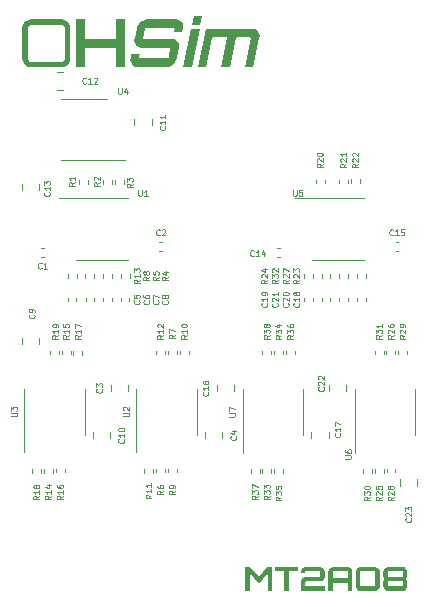
<source format=gbr>
%TF.GenerationSoftware,KiCad,Pcbnew,8.0.3-8.0.3-0~ubuntu22.04.1*%
%TF.CreationDate,2024-07-15T21:37:13+02:00*%
%TF.ProjectId,MT2AO8,4d543241-4f38-42e6-9b69-6361645f7063,rev?*%
%TF.SameCoordinates,Original*%
%TF.FileFunction,Legend,Top*%
%TF.FilePolarity,Positive*%
%FSLAX46Y46*%
G04 Gerber Fmt 4.6, Leading zero omitted, Abs format (unit mm)*
G04 Created by KiCad (PCBNEW 8.0.3-8.0.3-0~ubuntu22.04.1) date 2024-07-15 21:37:13*
%MOMM*%
%LPD*%
G01*
G04 APERTURE LIST*
%ADD10C,0.300000*%
%ADD11C,0.625000*%
%ADD12C,0.125000*%
%ADD13C,0.120000*%
G04 APERTURE END LIST*
D10*
G36*
X153156803Y-120660000D02*
G01*
X153156803Y-118644019D01*
X153562247Y-118644019D01*
X154293021Y-119515478D01*
X155022330Y-118644019D01*
X155429727Y-118644019D01*
X155429727Y-120660000D01*
X155057990Y-120660000D01*
X155057990Y-119181353D01*
X154293021Y-120092868D01*
X153526587Y-119183307D01*
X153526587Y-120660000D01*
X153156803Y-120660000D01*
G37*
G36*
X156475575Y-120660000D02*
G01*
X156475575Y-119015757D01*
X155652965Y-119015757D01*
X155652965Y-118644019D01*
X157668946Y-118644019D01*
X157668946Y-119015757D01*
X156846824Y-119015757D01*
X156846824Y-120660000D01*
X156475575Y-120660000D01*
G37*
G36*
X157880460Y-120660000D02*
G01*
X157880460Y-119886727D01*
X157893527Y-119784023D01*
X157932728Y-119691821D01*
X157994033Y-119613419D01*
X158072435Y-119553091D01*
X158164637Y-119514256D01*
X158267341Y-119501311D01*
X159476831Y-119501311D01*
X159500279Y-119491542D01*
X159510537Y-119467606D01*
X159510537Y-119044577D01*
X159500279Y-119020642D01*
X159476831Y-119010383D01*
X158281018Y-119010383D01*
X158256594Y-119020642D01*
X158246824Y-119044577D01*
X158246824Y-119180865D01*
X157880460Y-119180865D01*
X157880460Y-119028946D01*
X157893527Y-118926608D01*
X157932728Y-118834528D01*
X157994033Y-118756004D01*
X158072435Y-118695310D01*
X158164637Y-118656109D01*
X158267341Y-118643042D01*
X159490509Y-118643042D01*
X159591625Y-118656109D01*
X159683949Y-118695310D01*
X159763084Y-118756249D01*
X159824633Y-118834528D01*
X159864200Y-118926608D01*
X159877390Y-119028946D01*
X159877390Y-119483237D01*
X159864200Y-119584354D01*
X159824633Y-119676678D01*
X159763084Y-119755812D01*
X159683949Y-119817362D01*
X159591625Y-119856929D01*
X159490509Y-119870118D01*
X158281018Y-119870118D01*
X158256594Y-119880376D01*
X158246824Y-119903824D01*
X158246824Y-120259441D01*
X158256594Y-120283377D01*
X158281018Y-120293147D01*
X159877390Y-120293147D01*
X159877390Y-120660000D01*
X157880460Y-120660000D01*
G37*
G36*
X161932815Y-118657208D02*
G01*
X162026238Y-118696775D01*
X162106594Y-118758325D01*
X162168876Y-118838436D01*
X162208810Y-118931737D01*
X162222121Y-119033831D01*
X162222121Y-120660000D01*
X161848918Y-120660000D01*
X161848918Y-119983447D01*
X160575924Y-119983447D01*
X160575924Y-120660000D01*
X160206140Y-120660000D01*
X160206140Y-119049462D01*
X160575924Y-119049462D01*
X160575924Y-119611709D01*
X161848918Y-119611709D01*
X161848918Y-119049462D01*
X161838660Y-119026015D01*
X161814724Y-119015757D01*
X160610118Y-119015757D01*
X160585694Y-119026015D01*
X160575924Y-119049462D01*
X160206140Y-119049462D01*
X160206140Y-119033831D01*
X160219330Y-118931737D01*
X160258897Y-118838436D01*
X160320690Y-118758325D01*
X160400558Y-118696775D01*
X160493981Y-118657208D01*
X160596441Y-118644019D01*
X161830355Y-118644019D01*
X161932815Y-118657208D01*
G37*
G36*
X164263503Y-118657208D02*
G01*
X164356315Y-118696775D01*
X164436304Y-118758325D01*
X164498464Y-118838436D01*
X164538764Y-118931737D01*
X164552198Y-119033831D01*
X164552198Y-120270188D01*
X164538764Y-120372404D01*
X164498464Y-120466071D01*
X164436304Y-120545938D01*
X164356315Y-120607732D01*
X164263503Y-120646933D01*
X164161898Y-120660000D01*
X162926029Y-120660000D01*
X162823569Y-120646933D01*
X162730146Y-120607732D01*
X162650279Y-120545938D01*
X162588485Y-120466071D01*
X162549284Y-120372404D01*
X162536217Y-120270188D01*
X162536217Y-119049462D01*
X162905512Y-119049462D01*
X162905512Y-120254556D01*
X162915282Y-120278492D01*
X162939706Y-120288262D01*
X164144801Y-120288262D01*
X164168248Y-120278492D01*
X164178506Y-120254556D01*
X164178506Y-119049462D01*
X164168248Y-119026015D01*
X164144801Y-119015757D01*
X162939706Y-119015757D01*
X162915282Y-119026015D01*
X162905512Y-119049462D01*
X162536217Y-119049462D01*
X162536217Y-119033831D01*
X162549284Y-118931737D01*
X162588485Y-118838436D01*
X162650279Y-118758325D01*
X162730146Y-118696775D01*
X162823569Y-118657208D01*
X162926029Y-118644019D01*
X164161898Y-118644019D01*
X164263503Y-118657208D01*
G37*
G36*
X166572805Y-118656489D02*
G01*
X166646336Y-118685540D01*
X166730228Y-118742934D01*
X166784577Y-118800823D01*
X166835960Y-118887256D01*
X166858827Y-118961535D01*
X166858827Y-119429016D01*
X166844050Y-119531231D01*
X166803357Y-119626393D01*
X166799720Y-119632714D01*
X166842146Y-119722566D01*
X166858596Y-119819932D01*
X166858827Y-119833482D01*
X166858827Y-120275073D01*
X166845516Y-120375334D01*
X166805582Y-120467048D01*
X166744033Y-120545572D01*
X166664898Y-120607243D01*
X166572697Y-120646810D01*
X166471946Y-120660000D01*
X165248778Y-120660000D01*
X165146074Y-120646810D01*
X165053872Y-120607243D01*
X164975471Y-120545572D01*
X164914166Y-120467048D01*
X164874965Y-120375334D01*
X164861898Y-120275073D01*
X164861898Y-119851067D01*
X165228262Y-119851067D01*
X165228262Y-120259441D01*
X165238032Y-120283377D01*
X165262456Y-120293147D01*
X166458269Y-120293147D01*
X166481716Y-120283377D01*
X166491974Y-120259441D01*
X166491974Y-119851067D01*
X166481716Y-119827131D01*
X166458269Y-119816873D01*
X165262456Y-119816873D01*
X165238032Y-119827131D01*
X165228262Y-119851067D01*
X164861898Y-119851067D01*
X164861898Y-119833482D01*
X164877484Y-119735081D01*
X164878506Y-119731877D01*
X164917375Y-119638654D01*
X164920516Y-119632714D01*
X164880617Y-119540007D01*
X164878506Y-119533551D01*
X164861962Y-119435549D01*
X164861898Y-119429016D01*
X164861898Y-119047508D01*
X165228262Y-119047508D01*
X165228262Y-119443670D01*
X165238032Y-119467606D01*
X165262456Y-119477376D01*
X166458269Y-119477376D01*
X166481716Y-119467606D01*
X166491974Y-119443670D01*
X166491974Y-119047508D01*
X166481716Y-119023572D01*
X166458269Y-119013314D01*
X165262456Y-119013314D01*
X165238032Y-119023572D01*
X165228262Y-119047508D01*
X164861898Y-119047508D01*
X164861898Y-119028946D01*
X164874965Y-118926608D01*
X164914166Y-118834528D01*
X164975471Y-118756004D01*
X165053872Y-118695310D01*
X165146074Y-118656109D01*
X165248778Y-118643042D01*
X166471946Y-118643042D01*
X166572805Y-118656489D01*
G37*
G36*
X144054152Y-76320000D02*
G01*
X143859246Y-76293866D01*
X143692672Y-76215464D01*
X143548416Y-76073887D01*
X143473831Y-75932142D01*
X143435164Y-75732532D01*
X143452337Y-75540376D01*
X143515840Y-75232630D01*
X144239776Y-75232630D01*
X144183112Y-75509113D01*
X144191905Y-75556985D01*
X144233914Y-75576524D01*
X146591346Y-75576524D01*
X146643126Y-75556985D01*
X146673412Y-75509113D01*
X146832658Y-74742191D01*
X146822889Y-74696273D01*
X146778925Y-74676734D01*
X144396092Y-74676734D01*
X144201186Y-74650355D01*
X144034612Y-74571221D01*
X143890356Y-74429472D01*
X143815771Y-74288876D01*
X143776617Y-74089963D01*
X143794277Y-73896133D01*
X143966224Y-73067662D01*
X144028478Y-72875721D01*
X144132805Y-72699237D01*
X144149895Y-72676873D01*
X144294022Y-72525576D01*
X144462621Y-72406909D01*
X144486950Y-72393551D01*
X144673839Y-72317817D01*
X144879338Y-72288142D01*
X144892393Y-72288039D01*
X147310397Y-72288039D01*
X147514468Y-72317817D01*
X147667969Y-72393551D01*
X147811744Y-72534648D01*
X147886810Y-72676873D01*
X147927002Y-72875721D01*
X147910258Y-73067662D01*
X147846755Y-73375408D01*
X147116957Y-73375408D01*
X147173621Y-73098925D01*
X147163852Y-73052030D01*
X147120865Y-73031514D01*
X144763433Y-73031514D01*
X144712630Y-73052030D01*
X144683321Y-73098925D01*
X144524075Y-73865847D01*
X144533845Y-73912742D01*
X144575854Y-73931304D01*
X146968457Y-73931304D01*
X147172528Y-73961359D01*
X147326029Y-74037794D01*
X147469804Y-74179062D01*
X147544870Y-74320139D01*
X147585548Y-74518290D01*
X147568318Y-74711905D01*
X147396371Y-75540376D01*
X147333688Y-75732532D01*
X147228072Y-75909660D01*
X147210746Y-75932142D01*
X147066132Y-76082952D01*
X146897905Y-76201992D01*
X146873691Y-76215464D01*
X146688634Y-76290497D01*
X146485088Y-76319897D01*
X146472156Y-76320000D01*
X144054152Y-76320000D01*
G37*
G36*
X147907327Y-76320000D02*
G01*
X148582414Y-73071570D01*
X149300488Y-73071570D01*
X148625401Y-76320000D01*
X147907327Y-76320000D01*
G37*
G36*
X148650802Y-72745261D02*
G01*
X148804187Y-72007648D01*
X149522260Y-72007648D01*
X149368876Y-72745261D01*
X148650802Y-72745261D01*
G37*
G36*
X149161758Y-76320000D02*
G01*
X149836845Y-73071570D01*
X153775994Y-73071570D01*
X153970655Y-73098192D01*
X154134542Y-73178060D01*
X154275020Y-73318709D01*
X154347522Y-73458450D01*
X154386189Y-73653422D01*
X154369016Y-73842400D01*
X153854152Y-76320000D01*
X153141939Y-76320000D01*
X153650942Y-73872686D01*
X153640195Y-73825792D01*
X153597208Y-73805275D01*
X152461967Y-73805275D01*
X152411165Y-73825792D01*
X152381856Y-73872686D01*
X151872854Y-76320000D01*
X151149895Y-76320000D01*
X151658897Y-73872686D01*
X151649127Y-73825792D01*
X151606140Y-73805275D01*
X150468946Y-73805275D01*
X150419120Y-73825792D01*
X150389811Y-73872686D01*
X149880809Y-76320000D01*
X149161758Y-76320000D01*
G37*
G36*
X138819469Y-76320000D02*
G01*
X138819469Y-72288039D01*
X139558060Y-72288039D01*
X139558060Y-73931304D01*
X142199790Y-73931304D01*
X142199790Y-72288039D01*
X142940334Y-72288039D01*
X142940334Y-76320000D01*
X142199790Y-76320000D01*
X142199790Y-74676734D01*
X139558060Y-74676734D01*
X139558060Y-76320000D01*
X138819469Y-76320000D01*
G37*
D11*
G36*
X137860502Y-72316478D02*
G01*
X138000697Y-72377920D01*
X138161270Y-72506570D01*
X138244940Y-72621186D01*
X138317618Y-72804425D01*
X138334822Y-72960195D01*
X138334822Y-75647843D01*
X138306383Y-75845989D01*
X138244940Y-75986852D01*
X138123422Y-76140107D01*
X138000697Y-76231095D01*
X137818248Y-76302983D01*
X137662665Y-76320000D01*
X134974040Y-76320000D01*
X134775894Y-76291870D01*
X134635031Y-76231095D01*
X134475274Y-76101629D01*
X134391765Y-75986852D01*
X134319877Y-75803613D01*
X134302861Y-75647843D01*
X134302861Y-72960195D01*
X134756175Y-72960195D01*
X134756175Y-75647843D01*
X134820655Y-75802205D01*
X134974040Y-75866685D01*
X137662665Y-75866685D01*
X137816050Y-75802205D01*
X137880530Y-75647843D01*
X137880530Y-72960195D01*
X137816050Y-72805833D01*
X137662665Y-72741353D01*
X134974040Y-72741353D01*
X134820655Y-72805833D01*
X134756175Y-72960195D01*
X134302861Y-72960195D01*
X134330991Y-72762049D01*
X134391765Y-72621186D01*
X134520886Y-72460958D01*
X134635031Y-72377920D01*
X134818270Y-72305242D01*
X134974040Y-72288039D01*
X137662665Y-72288039D01*
X137860502Y-72316478D01*
G37*
D12*
X157677190Y-96321428D02*
X157701000Y-96345237D01*
X157701000Y-96345237D02*
X157724809Y-96416666D01*
X157724809Y-96416666D02*
X157724809Y-96464285D01*
X157724809Y-96464285D02*
X157701000Y-96535713D01*
X157701000Y-96535713D02*
X157653380Y-96583332D01*
X157653380Y-96583332D02*
X157605761Y-96607142D01*
X157605761Y-96607142D02*
X157510523Y-96630951D01*
X157510523Y-96630951D02*
X157439095Y-96630951D01*
X157439095Y-96630951D02*
X157343857Y-96607142D01*
X157343857Y-96607142D02*
X157296238Y-96583332D01*
X157296238Y-96583332D02*
X157248619Y-96535713D01*
X157248619Y-96535713D02*
X157224809Y-96464285D01*
X157224809Y-96464285D02*
X157224809Y-96416666D01*
X157224809Y-96416666D02*
X157248619Y-96345237D01*
X157248619Y-96345237D02*
X157272428Y-96321428D01*
X157724809Y-95845237D02*
X157724809Y-96130951D01*
X157724809Y-95988094D02*
X157224809Y-95988094D01*
X157224809Y-95988094D02*
X157296238Y-96035713D01*
X157296238Y-96035713D02*
X157343857Y-96083332D01*
X157343857Y-96083332D02*
X157367666Y-96130951D01*
X157439095Y-95559523D02*
X157415285Y-95607142D01*
X157415285Y-95607142D02*
X157391476Y-95630952D01*
X157391476Y-95630952D02*
X157343857Y-95654761D01*
X157343857Y-95654761D02*
X157320047Y-95654761D01*
X157320047Y-95654761D02*
X157272428Y-95630952D01*
X157272428Y-95630952D02*
X157248619Y-95607142D01*
X157248619Y-95607142D02*
X157224809Y-95559523D01*
X157224809Y-95559523D02*
X157224809Y-95464285D01*
X157224809Y-95464285D02*
X157248619Y-95416666D01*
X157248619Y-95416666D02*
X157272428Y-95392857D01*
X157272428Y-95392857D02*
X157320047Y-95369047D01*
X157320047Y-95369047D02*
X157343857Y-95369047D01*
X157343857Y-95369047D02*
X157391476Y-95392857D01*
X157391476Y-95392857D02*
X157415285Y-95416666D01*
X157415285Y-95416666D02*
X157439095Y-95464285D01*
X157439095Y-95464285D02*
X157439095Y-95559523D01*
X157439095Y-95559523D02*
X157462904Y-95607142D01*
X157462904Y-95607142D02*
X157486714Y-95630952D01*
X157486714Y-95630952D02*
X157534333Y-95654761D01*
X157534333Y-95654761D02*
X157629571Y-95654761D01*
X157629571Y-95654761D02*
X157677190Y-95630952D01*
X157677190Y-95630952D02*
X157701000Y-95607142D01*
X157701000Y-95607142D02*
X157724809Y-95559523D01*
X157724809Y-95559523D02*
X157724809Y-95464285D01*
X157724809Y-95464285D02*
X157701000Y-95416666D01*
X157701000Y-95416666D02*
X157677190Y-95392857D01*
X157677190Y-95392857D02*
X157629571Y-95369047D01*
X157629571Y-95369047D02*
X157534333Y-95369047D01*
X157534333Y-95369047D02*
X157486714Y-95392857D01*
X157486714Y-95392857D02*
X157462904Y-95416666D01*
X157462904Y-95416666D02*
X157439095Y-95464285D01*
X162724809Y-84521428D02*
X162486714Y-84688094D01*
X162724809Y-84807142D02*
X162224809Y-84807142D01*
X162224809Y-84807142D02*
X162224809Y-84616666D01*
X162224809Y-84616666D02*
X162248619Y-84569047D01*
X162248619Y-84569047D02*
X162272428Y-84545237D01*
X162272428Y-84545237D02*
X162320047Y-84521428D01*
X162320047Y-84521428D02*
X162391476Y-84521428D01*
X162391476Y-84521428D02*
X162439095Y-84545237D01*
X162439095Y-84545237D02*
X162462904Y-84569047D01*
X162462904Y-84569047D02*
X162486714Y-84616666D01*
X162486714Y-84616666D02*
X162486714Y-84807142D01*
X162272428Y-84330951D02*
X162248619Y-84307142D01*
X162248619Y-84307142D02*
X162224809Y-84259523D01*
X162224809Y-84259523D02*
X162224809Y-84140475D01*
X162224809Y-84140475D02*
X162248619Y-84092856D01*
X162248619Y-84092856D02*
X162272428Y-84069047D01*
X162272428Y-84069047D02*
X162320047Y-84045237D01*
X162320047Y-84045237D02*
X162367666Y-84045237D01*
X162367666Y-84045237D02*
X162439095Y-84069047D01*
X162439095Y-84069047D02*
X162724809Y-84354761D01*
X162724809Y-84354761D02*
X162724809Y-84045237D01*
X162272428Y-83854761D02*
X162248619Y-83830952D01*
X162248619Y-83830952D02*
X162224809Y-83783333D01*
X162224809Y-83783333D02*
X162224809Y-83664285D01*
X162224809Y-83664285D02*
X162248619Y-83616666D01*
X162248619Y-83616666D02*
X162272428Y-83592857D01*
X162272428Y-83592857D02*
X162320047Y-83569047D01*
X162320047Y-83569047D02*
X162367666Y-83569047D01*
X162367666Y-83569047D02*
X162439095Y-83592857D01*
X162439095Y-83592857D02*
X162724809Y-83878571D01*
X162724809Y-83878571D02*
X162724809Y-83569047D01*
X135724809Y-112621428D02*
X135486714Y-112788094D01*
X135724809Y-112907142D02*
X135224809Y-112907142D01*
X135224809Y-112907142D02*
X135224809Y-112716666D01*
X135224809Y-112716666D02*
X135248619Y-112669047D01*
X135248619Y-112669047D02*
X135272428Y-112645237D01*
X135272428Y-112645237D02*
X135320047Y-112621428D01*
X135320047Y-112621428D02*
X135391476Y-112621428D01*
X135391476Y-112621428D02*
X135439095Y-112645237D01*
X135439095Y-112645237D02*
X135462904Y-112669047D01*
X135462904Y-112669047D02*
X135486714Y-112716666D01*
X135486714Y-112716666D02*
X135486714Y-112907142D01*
X135724809Y-112145237D02*
X135724809Y-112430951D01*
X135724809Y-112288094D02*
X135224809Y-112288094D01*
X135224809Y-112288094D02*
X135296238Y-112335713D01*
X135296238Y-112335713D02*
X135343857Y-112383332D01*
X135343857Y-112383332D02*
X135367666Y-112430951D01*
X135439095Y-111859523D02*
X135415285Y-111907142D01*
X135415285Y-111907142D02*
X135391476Y-111930952D01*
X135391476Y-111930952D02*
X135343857Y-111954761D01*
X135343857Y-111954761D02*
X135320047Y-111954761D01*
X135320047Y-111954761D02*
X135272428Y-111930952D01*
X135272428Y-111930952D02*
X135248619Y-111907142D01*
X135248619Y-111907142D02*
X135224809Y-111859523D01*
X135224809Y-111859523D02*
X135224809Y-111764285D01*
X135224809Y-111764285D02*
X135248619Y-111716666D01*
X135248619Y-111716666D02*
X135272428Y-111692857D01*
X135272428Y-111692857D02*
X135320047Y-111669047D01*
X135320047Y-111669047D02*
X135343857Y-111669047D01*
X135343857Y-111669047D02*
X135391476Y-111692857D01*
X135391476Y-111692857D02*
X135415285Y-111716666D01*
X135415285Y-111716666D02*
X135439095Y-111764285D01*
X135439095Y-111764285D02*
X135439095Y-111859523D01*
X135439095Y-111859523D02*
X135462904Y-111907142D01*
X135462904Y-111907142D02*
X135486714Y-111930952D01*
X135486714Y-111930952D02*
X135534333Y-111954761D01*
X135534333Y-111954761D02*
X135629571Y-111954761D01*
X135629571Y-111954761D02*
X135677190Y-111930952D01*
X135677190Y-111930952D02*
X135701000Y-111907142D01*
X135701000Y-111907142D02*
X135724809Y-111859523D01*
X135724809Y-111859523D02*
X135724809Y-111764285D01*
X135724809Y-111764285D02*
X135701000Y-111716666D01*
X135701000Y-111716666D02*
X135677190Y-111692857D01*
X135677190Y-111692857D02*
X135629571Y-111669047D01*
X135629571Y-111669047D02*
X135534333Y-111669047D01*
X135534333Y-111669047D02*
X135486714Y-111692857D01*
X135486714Y-111692857D02*
X135462904Y-111716666D01*
X135462904Y-111716666D02*
X135439095Y-111764285D01*
X135916666Y-93337190D02*
X135892857Y-93361000D01*
X135892857Y-93361000D02*
X135821428Y-93384809D01*
X135821428Y-93384809D02*
X135773809Y-93384809D01*
X135773809Y-93384809D02*
X135702381Y-93361000D01*
X135702381Y-93361000D02*
X135654762Y-93313380D01*
X135654762Y-93313380D02*
X135630952Y-93265761D01*
X135630952Y-93265761D02*
X135607143Y-93170523D01*
X135607143Y-93170523D02*
X135607143Y-93099095D01*
X135607143Y-93099095D02*
X135630952Y-93003857D01*
X135630952Y-93003857D02*
X135654762Y-92956238D01*
X135654762Y-92956238D02*
X135702381Y-92908619D01*
X135702381Y-92908619D02*
X135773809Y-92884809D01*
X135773809Y-92884809D02*
X135821428Y-92884809D01*
X135821428Y-92884809D02*
X135892857Y-92908619D01*
X135892857Y-92908619D02*
X135916666Y-92932428D01*
X136392857Y-93384809D02*
X136107143Y-93384809D01*
X136250000Y-93384809D02*
X136250000Y-92884809D01*
X136250000Y-92884809D02*
X136202381Y-92956238D01*
X136202381Y-92956238D02*
X136154762Y-93003857D01*
X136154762Y-93003857D02*
X136107143Y-93027666D01*
X155024809Y-94321428D02*
X154786714Y-94488094D01*
X155024809Y-94607142D02*
X154524809Y-94607142D01*
X154524809Y-94607142D02*
X154524809Y-94416666D01*
X154524809Y-94416666D02*
X154548619Y-94369047D01*
X154548619Y-94369047D02*
X154572428Y-94345237D01*
X154572428Y-94345237D02*
X154620047Y-94321428D01*
X154620047Y-94321428D02*
X154691476Y-94321428D01*
X154691476Y-94321428D02*
X154739095Y-94345237D01*
X154739095Y-94345237D02*
X154762904Y-94369047D01*
X154762904Y-94369047D02*
X154786714Y-94416666D01*
X154786714Y-94416666D02*
X154786714Y-94607142D01*
X154572428Y-94130951D02*
X154548619Y-94107142D01*
X154548619Y-94107142D02*
X154524809Y-94059523D01*
X154524809Y-94059523D02*
X154524809Y-93940475D01*
X154524809Y-93940475D02*
X154548619Y-93892856D01*
X154548619Y-93892856D02*
X154572428Y-93869047D01*
X154572428Y-93869047D02*
X154620047Y-93845237D01*
X154620047Y-93845237D02*
X154667666Y-93845237D01*
X154667666Y-93845237D02*
X154739095Y-93869047D01*
X154739095Y-93869047D02*
X155024809Y-94154761D01*
X155024809Y-94154761D02*
X155024809Y-93845237D01*
X154691476Y-93416666D02*
X155024809Y-93416666D01*
X154501000Y-93535714D02*
X154858142Y-93654761D01*
X154858142Y-93654761D02*
X154858142Y-93345238D01*
X161724809Y-84521428D02*
X161486714Y-84688094D01*
X161724809Y-84807142D02*
X161224809Y-84807142D01*
X161224809Y-84807142D02*
X161224809Y-84616666D01*
X161224809Y-84616666D02*
X161248619Y-84569047D01*
X161248619Y-84569047D02*
X161272428Y-84545237D01*
X161272428Y-84545237D02*
X161320047Y-84521428D01*
X161320047Y-84521428D02*
X161391476Y-84521428D01*
X161391476Y-84521428D02*
X161439095Y-84545237D01*
X161439095Y-84545237D02*
X161462904Y-84569047D01*
X161462904Y-84569047D02*
X161486714Y-84616666D01*
X161486714Y-84616666D02*
X161486714Y-84807142D01*
X161272428Y-84330951D02*
X161248619Y-84307142D01*
X161248619Y-84307142D02*
X161224809Y-84259523D01*
X161224809Y-84259523D02*
X161224809Y-84140475D01*
X161224809Y-84140475D02*
X161248619Y-84092856D01*
X161248619Y-84092856D02*
X161272428Y-84069047D01*
X161272428Y-84069047D02*
X161320047Y-84045237D01*
X161320047Y-84045237D02*
X161367666Y-84045237D01*
X161367666Y-84045237D02*
X161439095Y-84069047D01*
X161439095Y-84069047D02*
X161724809Y-84354761D01*
X161724809Y-84354761D02*
X161724809Y-84045237D01*
X161724809Y-83569047D02*
X161724809Y-83854761D01*
X161724809Y-83711904D02*
X161224809Y-83711904D01*
X161224809Y-83711904D02*
X161296238Y-83759523D01*
X161296238Y-83759523D02*
X161343857Y-83807142D01*
X161343857Y-83807142D02*
X161367666Y-83854761D01*
X142857190Y-107821428D02*
X142881000Y-107845237D01*
X142881000Y-107845237D02*
X142904809Y-107916666D01*
X142904809Y-107916666D02*
X142904809Y-107964285D01*
X142904809Y-107964285D02*
X142881000Y-108035713D01*
X142881000Y-108035713D02*
X142833380Y-108083332D01*
X142833380Y-108083332D02*
X142785761Y-108107142D01*
X142785761Y-108107142D02*
X142690523Y-108130951D01*
X142690523Y-108130951D02*
X142619095Y-108130951D01*
X142619095Y-108130951D02*
X142523857Y-108107142D01*
X142523857Y-108107142D02*
X142476238Y-108083332D01*
X142476238Y-108083332D02*
X142428619Y-108035713D01*
X142428619Y-108035713D02*
X142404809Y-107964285D01*
X142404809Y-107964285D02*
X142404809Y-107916666D01*
X142404809Y-107916666D02*
X142428619Y-107845237D01*
X142428619Y-107845237D02*
X142452428Y-107821428D01*
X142904809Y-107345237D02*
X142904809Y-107630951D01*
X142904809Y-107488094D02*
X142404809Y-107488094D01*
X142404809Y-107488094D02*
X142476238Y-107535713D01*
X142476238Y-107535713D02*
X142523857Y-107583332D01*
X142523857Y-107583332D02*
X142547666Y-107630951D01*
X142404809Y-107035714D02*
X142404809Y-106988095D01*
X142404809Y-106988095D02*
X142428619Y-106940476D01*
X142428619Y-106940476D02*
X142452428Y-106916666D01*
X142452428Y-106916666D02*
X142500047Y-106892857D01*
X142500047Y-106892857D02*
X142595285Y-106869047D01*
X142595285Y-106869047D02*
X142714333Y-106869047D01*
X142714333Y-106869047D02*
X142809571Y-106892857D01*
X142809571Y-106892857D02*
X142857190Y-106916666D01*
X142857190Y-106916666D02*
X142881000Y-106940476D01*
X142881000Y-106940476D02*
X142904809Y-106988095D01*
X142904809Y-106988095D02*
X142904809Y-107035714D01*
X142904809Y-107035714D02*
X142881000Y-107083333D01*
X142881000Y-107083333D02*
X142857190Y-107107142D01*
X142857190Y-107107142D02*
X142809571Y-107130952D01*
X142809571Y-107130952D02*
X142714333Y-107154761D01*
X142714333Y-107154761D02*
X142595285Y-107154761D01*
X142595285Y-107154761D02*
X142500047Y-107130952D01*
X142500047Y-107130952D02*
X142452428Y-107107142D01*
X142452428Y-107107142D02*
X142428619Y-107083333D01*
X142428619Y-107083333D02*
X142404809Y-107035714D01*
X154224809Y-112621428D02*
X153986714Y-112788094D01*
X154224809Y-112907142D02*
X153724809Y-112907142D01*
X153724809Y-112907142D02*
X153724809Y-112716666D01*
X153724809Y-112716666D02*
X153748619Y-112669047D01*
X153748619Y-112669047D02*
X153772428Y-112645237D01*
X153772428Y-112645237D02*
X153820047Y-112621428D01*
X153820047Y-112621428D02*
X153891476Y-112621428D01*
X153891476Y-112621428D02*
X153939095Y-112645237D01*
X153939095Y-112645237D02*
X153962904Y-112669047D01*
X153962904Y-112669047D02*
X153986714Y-112716666D01*
X153986714Y-112716666D02*
X153986714Y-112907142D01*
X153724809Y-112454761D02*
X153724809Y-112145237D01*
X153724809Y-112145237D02*
X153915285Y-112311904D01*
X153915285Y-112311904D02*
X153915285Y-112240475D01*
X153915285Y-112240475D02*
X153939095Y-112192856D01*
X153939095Y-112192856D02*
X153962904Y-112169047D01*
X153962904Y-112169047D02*
X154010523Y-112145237D01*
X154010523Y-112145237D02*
X154129571Y-112145237D01*
X154129571Y-112145237D02*
X154177190Y-112169047D01*
X154177190Y-112169047D02*
X154201000Y-112192856D01*
X154201000Y-112192856D02*
X154224809Y-112240475D01*
X154224809Y-112240475D02*
X154224809Y-112383332D01*
X154224809Y-112383332D02*
X154201000Y-112430951D01*
X154201000Y-112430951D02*
X154177190Y-112454761D01*
X153724809Y-111978571D02*
X153724809Y-111645238D01*
X153724809Y-111645238D02*
X154224809Y-111859523D01*
X135277190Y-97283333D02*
X135301000Y-97307142D01*
X135301000Y-97307142D02*
X135324809Y-97378571D01*
X135324809Y-97378571D02*
X135324809Y-97426190D01*
X135324809Y-97426190D02*
X135301000Y-97497618D01*
X135301000Y-97497618D02*
X135253380Y-97545237D01*
X135253380Y-97545237D02*
X135205761Y-97569047D01*
X135205761Y-97569047D02*
X135110523Y-97592856D01*
X135110523Y-97592856D02*
X135039095Y-97592856D01*
X135039095Y-97592856D02*
X134943857Y-97569047D01*
X134943857Y-97569047D02*
X134896238Y-97545237D01*
X134896238Y-97545237D02*
X134848619Y-97497618D01*
X134848619Y-97497618D02*
X134824809Y-97426190D01*
X134824809Y-97426190D02*
X134824809Y-97378571D01*
X134824809Y-97378571D02*
X134848619Y-97307142D01*
X134848619Y-97307142D02*
X134872428Y-97283333D01*
X135324809Y-97045237D02*
X135324809Y-96949999D01*
X135324809Y-96949999D02*
X135301000Y-96902380D01*
X135301000Y-96902380D02*
X135277190Y-96878571D01*
X135277190Y-96878571D02*
X135205761Y-96830952D01*
X135205761Y-96830952D02*
X135110523Y-96807142D01*
X135110523Y-96807142D02*
X134920047Y-96807142D01*
X134920047Y-96807142D02*
X134872428Y-96830952D01*
X134872428Y-96830952D02*
X134848619Y-96854761D01*
X134848619Y-96854761D02*
X134824809Y-96902380D01*
X134824809Y-96902380D02*
X134824809Y-96997618D01*
X134824809Y-96997618D02*
X134848619Y-97045237D01*
X134848619Y-97045237D02*
X134872428Y-97069047D01*
X134872428Y-97069047D02*
X134920047Y-97092856D01*
X134920047Y-97092856D02*
X135039095Y-97092856D01*
X135039095Y-97092856D02*
X135086714Y-97069047D01*
X135086714Y-97069047D02*
X135110523Y-97045237D01*
X135110523Y-97045237D02*
X135134333Y-96997618D01*
X135134333Y-96997618D02*
X135134333Y-96902380D01*
X135134333Y-96902380D02*
X135110523Y-96854761D01*
X135110523Y-96854761D02*
X135086714Y-96830952D01*
X135086714Y-96830952D02*
X135039095Y-96807142D01*
X138724809Y-86083333D02*
X138486714Y-86249999D01*
X138724809Y-86369047D02*
X138224809Y-86369047D01*
X138224809Y-86369047D02*
X138224809Y-86178571D01*
X138224809Y-86178571D02*
X138248619Y-86130952D01*
X138248619Y-86130952D02*
X138272428Y-86107142D01*
X138272428Y-86107142D02*
X138320047Y-86083333D01*
X138320047Y-86083333D02*
X138391476Y-86083333D01*
X138391476Y-86083333D02*
X138439095Y-86107142D01*
X138439095Y-86107142D02*
X138462904Y-86130952D01*
X138462904Y-86130952D02*
X138486714Y-86178571D01*
X138486714Y-86178571D02*
X138486714Y-86369047D01*
X138724809Y-85607142D02*
X138724809Y-85892856D01*
X138724809Y-85749999D02*
X138224809Y-85749999D01*
X138224809Y-85749999D02*
X138296238Y-85797618D01*
X138296238Y-85797618D02*
X138343857Y-85845237D01*
X138343857Y-85845237D02*
X138367666Y-85892856D01*
X142419047Y-78124809D02*
X142419047Y-78529571D01*
X142419047Y-78529571D02*
X142442857Y-78577190D01*
X142442857Y-78577190D02*
X142466666Y-78601000D01*
X142466666Y-78601000D02*
X142514285Y-78624809D01*
X142514285Y-78624809D02*
X142609523Y-78624809D01*
X142609523Y-78624809D02*
X142657142Y-78601000D01*
X142657142Y-78601000D02*
X142680952Y-78577190D01*
X142680952Y-78577190D02*
X142704761Y-78529571D01*
X142704761Y-78529571D02*
X142704761Y-78124809D01*
X143157143Y-78291476D02*
X143157143Y-78624809D01*
X143038095Y-78101000D02*
X142919048Y-78458142D01*
X142919048Y-78458142D02*
X143228571Y-78458142D01*
X145224809Y-112521428D02*
X144986714Y-112688094D01*
X145224809Y-112807142D02*
X144724809Y-112807142D01*
X144724809Y-112807142D02*
X144724809Y-112616666D01*
X144724809Y-112616666D02*
X144748619Y-112569047D01*
X144748619Y-112569047D02*
X144772428Y-112545237D01*
X144772428Y-112545237D02*
X144820047Y-112521428D01*
X144820047Y-112521428D02*
X144891476Y-112521428D01*
X144891476Y-112521428D02*
X144939095Y-112545237D01*
X144939095Y-112545237D02*
X144962904Y-112569047D01*
X144962904Y-112569047D02*
X144986714Y-112616666D01*
X144986714Y-112616666D02*
X144986714Y-112807142D01*
X145224809Y-112045237D02*
X145224809Y-112330951D01*
X145224809Y-112188094D02*
X144724809Y-112188094D01*
X144724809Y-112188094D02*
X144796238Y-112235713D01*
X144796238Y-112235713D02*
X144843857Y-112283332D01*
X144843857Y-112283332D02*
X144867666Y-112330951D01*
X145224809Y-111569047D02*
X145224809Y-111854761D01*
X145224809Y-111711904D02*
X144724809Y-111711904D01*
X144724809Y-111711904D02*
X144796238Y-111759523D01*
X144796238Y-111759523D02*
X144843857Y-111807142D01*
X144843857Y-111807142D02*
X144867666Y-111854761D01*
X164724809Y-112721428D02*
X164486714Y-112888094D01*
X164724809Y-113007142D02*
X164224809Y-113007142D01*
X164224809Y-113007142D02*
X164224809Y-112816666D01*
X164224809Y-112816666D02*
X164248619Y-112769047D01*
X164248619Y-112769047D02*
X164272428Y-112745237D01*
X164272428Y-112745237D02*
X164320047Y-112721428D01*
X164320047Y-112721428D02*
X164391476Y-112721428D01*
X164391476Y-112721428D02*
X164439095Y-112745237D01*
X164439095Y-112745237D02*
X164462904Y-112769047D01*
X164462904Y-112769047D02*
X164486714Y-112816666D01*
X164486714Y-112816666D02*
X164486714Y-113007142D01*
X164272428Y-112530951D02*
X164248619Y-112507142D01*
X164248619Y-112507142D02*
X164224809Y-112459523D01*
X164224809Y-112459523D02*
X164224809Y-112340475D01*
X164224809Y-112340475D02*
X164248619Y-112292856D01*
X164248619Y-112292856D02*
X164272428Y-112269047D01*
X164272428Y-112269047D02*
X164320047Y-112245237D01*
X164320047Y-112245237D02*
X164367666Y-112245237D01*
X164367666Y-112245237D02*
X164439095Y-112269047D01*
X164439095Y-112269047D02*
X164724809Y-112554761D01*
X164724809Y-112554761D02*
X164724809Y-112245237D01*
X164224809Y-111792857D02*
X164224809Y-112030952D01*
X164224809Y-112030952D02*
X164462904Y-112054761D01*
X164462904Y-112054761D02*
X164439095Y-112030952D01*
X164439095Y-112030952D02*
X164415285Y-111983333D01*
X164415285Y-111983333D02*
X164415285Y-111864285D01*
X164415285Y-111864285D02*
X164439095Y-111816666D01*
X164439095Y-111816666D02*
X164462904Y-111792857D01*
X164462904Y-111792857D02*
X164510523Y-111769047D01*
X164510523Y-111769047D02*
X164629571Y-111769047D01*
X164629571Y-111769047D02*
X164677190Y-111792857D01*
X164677190Y-111792857D02*
X164701000Y-111816666D01*
X164701000Y-111816666D02*
X164724809Y-111864285D01*
X164724809Y-111864285D02*
X164724809Y-111983333D01*
X164724809Y-111983333D02*
X164701000Y-112030952D01*
X164701000Y-112030952D02*
X164677190Y-112054761D01*
X153878571Y-92277190D02*
X153854762Y-92301000D01*
X153854762Y-92301000D02*
X153783333Y-92324809D01*
X153783333Y-92324809D02*
X153735714Y-92324809D01*
X153735714Y-92324809D02*
X153664286Y-92301000D01*
X153664286Y-92301000D02*
X153616667Y-92253380D01*
X153616667Y-92253380D02*
X153592857Y-92205761D01*
X153592857Y-92205761D02*
X153569048Y-92110523D01*
X153569048Y-92110523D02*
X153569048Y-92039095D01*
X153569048Y-92039095D02*
X153592857Y-91943857D01*
X153592857Y-91943857D02*
X153616667Y-91896238D01*
X153616667Y-91896238D02*
X153664286Y-91848619D01*
X153664286Y-91848619D02*
X153735714Y-91824809D01*
X153735714Y-91824809D02*
X153783333Y-91824809D01*
X153783333Y-91824809D02*
X153854762Y-91848619D01*
X153854762Y-91848619D02*
X153878571Y-91872428D01*
X154354762Y-92324809D02*
X154069048Y-92324809D01*
X154211905Y-92324809D02*
X154211905Y-91824809D01*
X154211905Y-91824809D02*
X154164286Y-91896238D01*
X154164286Y-91896238D02*
X154116667Y-91943857D01*
X154116667Y-91943857D02*
X154069048Y-91967666D01*
X154783333Y-91991476D02*
X154783333Y-92324809D01*
X154664285Y-91801000D02*
X154545238Y-92158142D01*
X154545238Y-92158142D02*
X154854761Y-92158142D01*
X146224809Y-112183333D02*
X145986714Y-112349999D01*
X146224809Y-112469047D02*
X145724809Y-112469047D01*
X145724809Y-112469047D02*
X145724809Y-112278571D01*
X145724809Y-112278571D02*
X145748619Y-112230952D01*
X145748619Y-112230952D02*
X145772428Y-112207142D01*
X145772428Y-112207142D02*
X145820047Y-112183333D01*
X145820047Y-112183333D02*
X145891476Y-112183333D01*
X145891476Y-112183333D02*
X145939095Y-112207142D01*
X145939095Y-112207142D02*
X145962904Y-112230952D01*
X145962904Y-112230952D02*
X145986714Y-112278571D01*
X145986714Y-112278571D02*
X145986714Y-112469047D01*
X145724809Y-111754761D02*
X145724809Y-111849999D01*
X145724809Y-111849999D02*
X145748619Y-111897618D01*
X145748619Y-111897618D02*
X145772428Y-111921428D01*
X145772428Y-111921428D02*
X145843857Y-111969047D01*
X145843857Y-111969047D02*
X145939095Y-111992856D01*
X145939095Y-111992856D02*
X146129571Y-111992856D01*
X146129571Y-111992856D02*
X146177190Y-111969047D01*
X146177190Y-111969047D02*
X146201000Y-111945237D01*
X146201000Y-111945237D02*
X146224809Y-111897618D01*
X146224809Y-111897618D02*
X146224809Y-111802380D01*
X146224809Y-111802380D02*
X146201000Y-111754761D01*
X146201000Y-111754761D02*
X146177190Y-111730952D01*
X146177190Y-111730952D02*
X146129571Y-111707142D01*
X146129571Y-111707142D02*
X146010523Y-111707142D01*
X146010523Y-111707142D02*
X145962904Y-111730952D01*
X145962904Y-111730952D02*
X145939095Y-111754761D01*
X145939095Y-111754761D02*
X145915285Y-111802380D01*
X145915285Y-111802380D02*
X145915285Y-111897618D01*
X145915285Y-111897618D02*
X145939095Y-111945237D01*
X145939095Y-111945237D02*
X145962904Y-111969047D01*
X145962904Y-111969047D02*
X146010523Y-111992856D01*
X157219047Y-86724809D02*
X157219047Y-87129571D01*
X157219047Y-87129571D02*
X157242857Y-87177190D01*
X157242857Y-87177190D02*
X157266666Y-87201000D01*
X157266666Y-87201000D02*
X157314285Y-87224809D01*
X157314285Y-87224809D02*
X157409523Y-87224809D01*
X157409523Y-87224809D02*
X157457142Y-87201000D01*
X157457142Y-87201000D02*
X157480952Y-87177190D01*
X157480952Y-87177190D02*
X157504761Y-87129571D01*
X157504761Y-87129571D02*
X157504761Y-86724809D01*
X157980952Y-86724809D02*
X157742857Y-86724809D01*
X157742857Y-86724809D02*
X157719048Y-86962904D01*
X157719048Y-86962904D02*
X157742857Y-86939095D01*
X157742857Y-86939095D02*
X157790476Y-86915285D01*
X157790476Y-86915285D02*
X157909524Y-86915285D01*
X157909524Y-86915285D02*
X157957143Y-86939095D01*
X157957143Y-86939095D02*
X157980952Y-86962904D01*
X157980952Y-86962904D02*
X158004762Y-87010523D01*
X158004762Y-87010523D02*
X158004762Y-87129571D01*
X158004762Y-87129571D02*
X157980952Y-87177190D01*
X157980952Y-87177190D02*
X157957143Y-87201000D01*
X157957143Y-87201000D02*
X157909524Y-87224809D01*
X157909524Y-87224809D02*
X157790476Y-87224809D01*
X157790476Y-87224809D02*
X157742857Y-87201000D01*
X157742857Y-87201000D02*
X157719048Y-87177190D01*
X139224809Y-99021428D02*
X138986714Y-99188094D01*
X139224809Y-99307142D02*
X138724809Y-99307142D01*
X138724809Y-99307142D02*
X138724809Y-99116666D01*
X138724809Y-99116666D02*
X138748619Y-99069047D01*
X138748619Y-99069047D02*
X138772428Y-99045237D01*
X138772428Y-99045237D02*
X138820047Y-99021428D01*
X138820047Y-99021428D02*
X138891476Y-99021428D01*
X138891476Y-99021428D02*
X138939095Y-99045237D01*
X138939095Y-99045237D02*
X138962904Y-99069047D01*
X138962904Y-99069047D02*
X138986714Y-99116666D01*
X138986714Y-99116666D02*
X138986714Y-99307142D01*
X139224809Y-98545237D02*
X139224809Y-98830951D01*
X139224809Y-98688094D02*
X138724809Y-98688094D01*
X138724809Y-98688094D02*
X138796238Y-98735713D01*
X138796238Y-98735713D02*
X138843857Y-98783332D01*
X138843857Y-98783332D02*
X138867666Y-98830951D01*
X138724809Y-98378571D02*
X138724809Y-98045238D01*
X138724809Y-98045238D02*
X139224809Y-98259523D01*
X151824809Y-105905952D02*
X152229571Y-105905952D01*
X152229571Y-105905952D02*
X152277190Y-105882142D01*
X152277190Y-105882142D02*
X152301000Y-105858333D01*
X152301000Y-105858333D02*
X152324809Y-105810714D01*
X152324809Y-105810714D02*
X152324809Y-105715476D01*
X152324809Y-105715476D02*
X152301000Y-105667857D01*
X152301000Y-105667857D02*
X152277190Y-105644047D01*
X152277190Y-105644047D02*
X152229571Y-105620238D01*
X152229571Y-105620238D02*
X151824809Y-105620238D01*
X151824809Y-105429761D02*
X151824809Y-105096428D01*
X151824809Y-105096428D02*
X152324809Y-105310713D01*
X140997190Y-103583333D02*
X141021000Y-103607142D01*
X141021000Y-103607142D02*
X141044809Y-103678571D01*
X141044809Y-103678571D02*
X141044809Y-103726190D01*
X141044809Y-103726190D02*
X141021000Y-103797618D01*
X141021000Y-103797618D02*
X140973380Y-103845237D01*
X140973380Y-103845237D02*
X140925761Y-103869047D01*
X140925761Y-103869047D02*
X140830523Y-103892856D01*
X140830523Y-103892856D02*
X140759095Y-103892856D01*
X140759095Y-103892856D02*
X140663857Y-103869047D01*
X140663857Y-103869047D02*
X140616238Y-103845237D01*
X140616238Y-103845237D02*
X140568619Y-103797618D01*
X140568619Y-103797618D02*
X140544809Y-103726190D01*
X140544809Y-103726190D02*
X140544809Y-103678571D01*
X140544809Y-103678571D02*
X140568619Y-103607142D01*
X140568619Y-103607142D02*
X140592428Y-103583333D01*
X140544809Y-103416666D02*
X140544809Y-103107142D01*
X140544809Y-103107142D02*
X140735285Y-103273809D01*
X140735285Y-103273809D02*
X140735285Y-103202380D01*
X140735285Y-103202380D02*
X140759095Y-103154761D01*
X140759095Y-103154761D02*
X140782904Y-103130952D01*
X140782904Y-103130952D02*
X140830523Y-103107142D01*
X140830523Y-103107142D02*
X140949571Y-103107142D01*
X140949571Y-103107142D02*
X140997190Y-103130952D01*
X140997190Y-103130952D02*
X141021000Y-103154761D01*
X141021000Y-103154761D02*
X141044809Y-103202380D01*
X141044809Y-103202380D02*
X141044809Y-103345237D01*
X141044809Y-103345237D02*
X141021000Y-103392856D01*
X141021000Y-103392856D02*
X140997190Y-103416666D01*
X140824809Y-86083333D02*
X140586714Y-86249999D01*
X140824809Y-86369047D02*
X140324809Y-86369047D01*
X140324809Y-86369047D02*
X140324809Y-86178571D01*
X140324809Y-86178571D02*
X140348619Y-86130952D01*
X140348619Y-86130952D02*
X140372428Y-86107142D01*
X140372428Y-86107142D02*
X140420047Y-86083333D01*
X140420047Y-86083333D02*
X140491476Y-86083333D01*
X140491476Y-86083333D02*
X140539095Y-86107142D01*
X140539095Y-86107142D02*
X140562904Y-86130952D01*
X140562904Y-86130952D02*
X140586714Y-86178571D01*
X140586714Y-86178571D02*
X140586714Y-86369047D01*
X140372428Y-85892856D02*
X140348619Y-85869047D01*
X140348619Y-85869047D02*
X140324809Y-85821428D01*
X140324809Y-85821428D02*
X140324809Y-85702380D01*
X140324809Y-85702380D02*
X140348619Y-85654761D01*
X140348619Y-85654761D02*
X140372428Y-85630952D01*
X140372428Y-85630952D02*
X140420047Y-85607142D01*
X140420047Y-85607142D02*
X140467666Y-85607142D01*
X140467666Y-85607142D02*
X140539095Y-85630952D01*
X140539095Y-85630952D02*
X140824809Y-85916666D01*
X140824809Y-85916666D02*
X140824809Y-85607142D01*
X144177190Y-96083333D02*
X144201000Y-96107142D01*
X144201000Y-96107142D02*
X144224809Y-96178571D01*
X144224809Y-96178571D02*
X144224809Y-96226190D01*
X144224809Y-96226190D02*
X144201000Y-96297618D01*
X144201000Y-96297618D02*
X144153380Y-96345237D01*
X144153380Y-96345237D02*
X144105761Y-96369047D01*
X144105761Y-96369047D02*
X144010523Y-96392856D01*
X144010523Y-96392856D02*
X143939095Y-96392856D01*
X143939095Y-96392856D02*
X143843857Y-96369047D01*
X143843857Y-96369047D02*
X143796238Y-96345237D01*
X143796238Y-96345237D02*
X143748619Y-96297618D01*
X143748619Y-96297618D02*
X143724809Y-96226190D01*
X143724809Y-96226190D02*
X143724809Y-96178571D01*
X143724809Y-96178571D02*
X143748619Y-96107142D01*
X143748619Y-96107142D02*
X143772428Y-96083333D01*
X143724809Y-95630952D02*
X143724809Y-95869047D01*
X143724809Y-95869047D02*
X143962904Y-95892856D01*
X143962904Y-95892856D02*
X143939095Y-95869047D01*
X143939095Y-95869047D02*
X143915285Y-95821428D01*
X143915285Y-95821428D02*
X143915285Y-95702380D01*
X143915285Y-95702380D02*
X143939095Y-95654761D01*
X143939095Y-95654761D02*
X143962904Y-95630952D01*
X143962904Y-95630952D02*
X144010523Y-95607142D01*
X144010523Y-95607142D02*
X144129571Y-95607142D01*
X144129571Y-95607142D02*
X144177190Y-95630952D01*
X144177190Y-95630952D02*
X144201000Y-95654761D01*
X144201000Y-95654761D02*
X144224809Y-95702380D01*
X144224809Y-95702380D02*
X144224809Y-95821428D01*
X144224809Y-95821428D02*
X144201000Y-95869047D01*
X144201000Y-95869047D02*
X144177190Y-95892856D01*
X156224809Y-99021428D02*
X155986714Y-99188094D01*
X156224809Y-99307142D02*
X155724809Y-99307142D01*
X155724809Y-99307142D02*
X155724809Y-99116666D01*
X155724809Y-99116666D02*
X155748619Y-99069047D01*
X155748619Y-99069047D02*
X155772428Y-99045237D01*
X155772428Y-99045237D02*
X155820047Y-99021428D01*
X155820047Y-99021428D02*
X155891476Y-99021428D01*
X155891476Y-99021428D02*
X155939095Y-99045237D01*
X155939095Y-99045237D02*
X155962904Y-99069047D01*
X155962904Y-99069047D02*
X155986714Y-99116666D01*
X155986714Y-99116666D02*
X155986714Y-99307142D01*
X155724809Y-98854761D02*
X155724809Y-98545237D01*
X155724809Y-98545237D02*
X155915285Y-98711904D01*
X155915285Y-98711904D02*
X155915285Y-98640475D01*
X155915285Y-98640475D02*
X155939095Y-98592856D01*
X155939095Y-98592856D02*
X155962904Y-98569047D01*
X155962904Y-98569047D02*
X156010523Y-98545237D01*
X156010523Y-98545237D02*
X156129571Y-98545237D01*
X156129571Y-98545237D02*
X156177190Y-98569047D01*
X156177190Y-98569047D02*
X156201000Y-98592856D01*
X156201000Y-98592856D02*
X156224809Y-98640475D01*
X156224809Y-98640475D02*
X156224809Y-98783332D01*
X156224809Y-98783332D02*
X156201000Y-98830951D01*
X156201000Y-98830951D02*
X156177190Y-98854761D01*
X155891476Y-98116666D02*
X156224809Y-98116666D01*
X155701000Y-98235714D02*
X156058142Y-98354761D01*
X156058142Y-98354761D02*
X156058142Y-98045238D01*
X145824809Y-94083333D02*
X145586714Y-94249999D01*
X145824809Y-94369047D02*
X145324809Y-94369047D01*
X145324809Y-94369047D02*
X145324809Y-94178571D01*
X145324809Y-94178571D02*
X145348619Y-94130952D01*
X145348619Y-94130952D02*
X145372428Y-94107142D01*
X145372428Y-94107142D02*
X145420047Y-94083333D01*
X145420047Y-94083333D02*
X145491476Y-94083333D01*
X145491476Y-94083333D02*
X145539095Y-94107142D01*
X145539095Y-94107142D02*
X145562904Y-94130952D01*
X145562904Y-94130952D02*
X145586714Y-94178571D01*
X145586714Y-94178571D02*
X145586714Y-94369047D01*
X145324809Y-93630952D02*
X145324809Y-93869047D01*
X145324809Y-93869047D02*
X145562904Y-93892856D01*
X145562904Y-93892856D02*
X145539095Y-93869047D01*
X145539095Y-93869047D02*
X145515285Y-93821428D01*
X145515285Y-93821428D02*
X145515285Y-93702380D01*
X145515285Y-93702380D02*
X145539095Y-93654761D01*
X145539095Y-93654761D02*
X145562904Y-93630952D01*
X145562904Y-93630952D02*
X145610523Y-93607142D01*
X145610523Y-93607142D02*
X145729571Y-93607142D01*
X145729571Y-93607142D02*
X145777190Y-93630952D01*
X145777190Y-93630952D02*
X145801000Y-93654761D01*
X145801000Y-93654761D02*
X145824809Y-93702380D01*
X145824809Y-93702380D02*
X145824809Y-93821428D01*
X145824809Y-93821428D02*
X145801000Y-93869047D01*
X145801000Y-93869047D02*
X145777190Y-93892856D01*
X144977190Y-96083333D02*
X145001000Y-96107142D01*
X145001000Y-96107142D02*
X145024809Y-96178571D01*
X145024809Y-96178571D02*
X145024809Y-96226190D01*
X145024809Y-96226190D02*
X145001000Y-96297618D01*
X145001000Y-96297618D02*
X144953380Y-96345237D01*
X144953380Y-96345237D02*
X144905761Y-96369047D01*
X144905761Y-96369047D02*
X144810523Y-96392856D01*
X144810523Y-96392856D02*
X144739095Y-96392856D01*
X144739095Y-96392856D02*
X144643857Y-96369047D01*
X144643857Y-96369047D02*
X144596238Y-96345237D01*
X144596238Y-96345237D02*
X144548619Y-96297618D01*
X144548619Y-96297618D02*
X144524809Y-96226190D01*
X144524809Y-96226190D02*
X144524809Y-96178571D01*
X144524809Y-96178571D02*
X144548619Y-96107142D01*
X144548619Y-96107142D02*
X144572428Y-96083333D01*
X144524809Y-95654761D02*
X144524809Y-95749999D01*
X144524809Y-95749999D02*
X144548619Y-95797618D01*
X144548619Y-95797618D02*
X144572428Y-95821428D01*
X144572428Y-95821428D02*
X144643857Y-95869047D01*
X144643857Y-95869047D02*
X144739095Y-95892856D01*
X144739095Y-95892856D02*
X144929571Y-95892856D01*
X144929571Y-95892856D02*
X144977190Y-95869047D01*
X144977190Y-95869047D02*
X145001000Y-95845237D01*
X145001000Y-95845237D02*
X145024809Y-95797618D01*
X145024809Y-95797618D02*
X145024809Y-95702380D01*
X145024809Y-95702380D02*
X145001000Y-95654761D01*
X145001000Y-95654761D02*
X144977190Y-95630952D01*
X144977190Y-95630952D02*
X144929571Y-95607142D01*
X144929571Y-95607142D02*
X144810523Y-95607142D01*
X144810523Y-95607142D02*
X144762904Y-95630952D01*
X144762904Y-95630952D02*
X144739095Y-95654761D01*
X144739095Y-95654761D02*
X144715285Y-95702380D01*
X144715285Y-95702380D02*
X144715285Y-95797618D01*
X144715285Y-95797618D02*
X144739095Y-95845237D01*
X144739095Y-95845237D02*
X144762904Y-95869047D01*
X144762904Y-95869047D02*
X144810523Y-95892856D01*
X164724809Y-99021428D02*
X164486714Y-99188094D01*
X164724809Y-99307142D02*
X164224809Y-99307142D01*
X164224809Y-99307142D02*
X164224809Y-99116666D01*
X164224809Y-99116666D02*
X164248619Y-99069047D01*
X164248619Y-99069047D02*
X164272428Y-99045237D01*
X164272428Y-99045237D02*
X164320047Y-99021428D01*
X164320047Y-99021428D02*
X164391476Y-99021428D01*
X164391476Y-99021428D02*
X164439095Y-99045237D01*
X164439095Y-99045237D02*
X164462904Y-99069047D01*
X164462904Y-99069047D02*
X164486714Y-99116666D01*
X164486714Y-99116666D02*
X164486714Y-99307142D01*
X164224809Y-98854761D02*
X164224809Y-98545237D01*
X164224809Y-98545237D02*
X164415285Y-98711904D01*
X164415285Y-98711904D02*
X164415285Y-98640475D01*
X164415285Y-98640475D02*
X164439095Y-98592856D01*
X164439095Y-98592856D02*
X164462904Y-98569047D01*
X164462904Y-98569047D02*
X164510523Y-98545237D01*
X164510523Y-98545237D02*
X164629571Y-98545237D01*
X164629571Y-98545237D02*
X164677190Y-98569047D01*
X164677190Y-98569047D02*
X164701000Y-98592856D01*
X164701000Y-98592856D02*
X164724809Y-98640475D01*
X164724809Y-98640475D02*
X164724809Y-98783332D01*
X164724809Y-98783332D02*
X164701000Y-98830951D01*
X164701000Y-98830951D02*
X164677190Y-98854761D01*
X164724809Y-98069047D02*
X164724809Y-98354761D01*
X164724809Y-98211904D02*
X164224809Y-98211904D01*
X164224809Y-98211904D02*
X164296238Y-98259523D01*
X164296238Y-98259523D02*
X164343857Y-98307142D01*
X164343857Y-98307142D02*
X164367666Y-98354761D01*
X148224809Y-99021428D02*
X147986714Y-99188094D01*
X148224809Y-99307142D02*
X147724809Y-99307142D01*
X147724809Y-99307142D02*
X147724809Y-99116666D01*
X147724809Y-99116666D02*
X147748619Y-99069047D01*
X147748619Y-99069047D02*
X147772428Y-99045237D01*
X147772428Y-99045237D02*
X147820047Y-99021428D01*
X147820047Y-99021428D02*
X147891476Y-99021428D01*
X147891476Y-99021428D02*
X147939095Y-99045237D01*
X147939095Y-99045237D02*
X147962904Y-99069047D01*
X147962904Y-99069047D02*
X147986714Y-99116666D01*
X147986714Y-99116666D02*
X147986714Y-99307142D01*
X148224809Y-98545237D02*
X148224809Y-98830951D01*
X148224809Y-98688094D02*
X147724809Y-98688094D01*
X147724809Y-98688094D02*
X147796238Y-98735713D01*
X147796238Y-98735713D02*
X147843857Y-98783332D01*
X147843857Y-98783332D02*
X147867666Y-98830951D01*
X147724809Y-98235714D02*
X147724809Y-98188095D01*
X147724809Y-98188095D02*
X147748619Y-98140476D01*
X147748619Y-98140476D02*
X147772428Y-98116666D01*
X147772428Y-98116666D02*
X147820047Y-98092857D01*
X147820047Y-98092857D02*
X147915285Y-98069047D01*
X147915285Y-98069047D02*
X148034333Y-98069047D01*
X148034333Y-98069047D02*
X148129571Y-98092857D01*
X148129571Y-98092857D02*
X148177190Y-98116666D01*
X148177190Y-98116666D02*
X148201000Y-98140476D01*
X148201000Y-98140476D02*
X148224809Y-98188095D01*
X148224809Y-98188095D02*
X148224809Y-98235714D01*
X148224809Y-98235714D02*
X148201000Y-98283333D01*
X148201000Y-98283333D02*
X148177190Y-98307142D01*
X148177190Y-98307142D02*
X148129571Y-98330952D01*
X148129571Y-98330952D02*
X148034333Y-98354761D01*
X148034333Y-98354761D02*
X147915285Y-98354761D01*
X147915285Y-98354761D02*
X147820047Y-98330952D01*
X147820047Y-98330952D02*
X147772428Y-98307142D01*
X147772428Y-98307142D02*
X147748619Y-98283333D01*
X147748619Y-98283333D02*
X147724809Y-98235714D01*
X136577190Y-86921428D02*
X136601000Y-86945237D01*
X136601000Y-86945237D02*
X136624809Y-87016666D01*
X136624809Y-87016666D02*
X136624809Y-87064285D01*
X136624809Y-87064285D02*
X136601000Y-87135713D01*
X136601000Y-87135713D02*
X136553380Y-87183332D01*
X136553380Y-87183332D02*
X136505761Y-87207142D01*
X136505761Y-87207142D02*
X136410523Y-87230951D01*
X136410523Y-87230951D02*
X136339095Y-87230951D01*
X136339095Y-87230951D02*
X136243857Y-87207142D01*
X136243857Y-87207142D02*
X136196238Y-87183332D01*
X136196238Y-87183332D02*
X136148619Y-87135713D01*
X136148619Y-87135713D02*
X136124809Y-87064285D01*
X136124809Y-87064285D02*
X136124809Y-87016666D01*
X136124809Y-87016666D02*
X136148619Y-86945237D01*
X136148619Y-86945237D02*
X136172428Y-86921428D01*
X136624809Y-86445237D02*
X136624809Y-86730951D01*
X136624809Y-86588094D02*
X136124809Y-86588094D01*
X136124809Y-86588094D02*
X136196238Y-86635713D01*
X136196238Y-86635713D02*
X136243857Y-86683332D01*
X136243857Y-86683332D02*
X136267666Y-86730951D01*
X136124809Y-86278571D02*
X136124809Y-85969047D01*
X136124809Y-85969047D02*
X136315285Y-86135714D01*
X136315285Y-86135714D02*
X136315285Y-86064285D01*
X136315285Y-86064285D02*
X136339095Y-86016666D01*
X136339095Y-86016666D02*
X136362904Y-85992857D01*
X136362904Y-85992857D02*
X136410523Y-85969047D01*
X136410523Y-85969047D02*
X136529571Y-85969047D01*
X136529571Y-85969047D02*
X136577190Y-85992857D01*
X136577190Y-85992857D02*
X136601000Y-86016666D01*
X136601000Y-86016666D02*
X136624809Y-86064285D01*
X136624809Y-86064285D02*
X136624809Y-86207142D01*
X136624809Y-86207142D02*
X136601000Y-86254761D01*
X136601000Y-86254761D02*
X136577190Y-86278571D01*
X139678571Y-77677190D02*
X139654762Y-77701000D01*
X139654762Y-77701000D02*
X139583333Y-77724809D01*
X139583333Y-77724809D02*
X139535714Y-77724809D01*
X139535714Y-77724809D02*
X139464286Y-77701000D01*
X139464286Y-77701000D02*
X139416667Y-77653380D01*
X139416667Y-77653380D02*
X139392857Y-77605761D01*
X139392857Y-77605761D02*
X139369048Y-77510523D01*
X139369048Y-77510523D02*
X139369048Y-77439095D01*
X139369048Y-77439095D02*
X139392857Y-77343857D01*
X139392857Y-77343857D02*
X139416667Y-77296238D01*
X139416667Y-77296238D02*
X139464286Y-77248619D01*
X139464286Y-77248619D02*
X139535714Y-77224809D01*
X139535714Y-77224809D02*
X139583333Y-77224809D01*
X139583333Y-77224809D02*
X139654762Y-77248619D01*
X139654762Y-77248619D02*
X139678571Y-77272428D01*
X140154762Y-77724809D02*
X139869048Y-77724809D01*
X140011905Y-77724809D02*
X140011905Y-77224809D01*
X140011905Y-77224809D02*
X139964286Y-77296238D01*
X139964286Y-77296238D02*
X139916667Y-77343857D01*
X139916667Y-77343857D02*
X139869048Y-77367666D01*
X140345238Y-77272428D02*
X140369047Y-77248619D01*
X140369047Y-77248619D02*
X140416666Y-77224809D01*
X140416666Y-77224809D02*
X140535714Y-77224809D01*
X140535714Y-77224809D02*
X140583333Y-77248619D01*
X140583333Y-77248619D02*
X140607142Y-77272428D01*
X140607142Y-77272428D02*
X140630952Y-77320047D01*
X140630952Y-77320047D02*
X140630952Y-77367666D01*
X140630952Y-77367666D02*
X140607142Y-77439095D01*
X140607142Y-77439095D02*
X140321428Y-77724809D01*
X140321428Y-77724809D02*
X140630952Y-77724809D01*
X138224809Y-99021428D02*
X137986714Y-99188094D01*
X138224809Y-99307142D02*
X137724809Y-99307142D01*
X137724809Y-99307142D02*
X137724809Y-99116666D01*
X137724809Y-99116666D02*
X137748619Y-99069047D01*
X137748619Y-99069047D02*
X137772428Y-99045237D01*
X137772428Y-99045237D02*
X137820047Y-99021428D01*
X137820047Y-99021428D02*
X137891476Y-99021428D01*
X137891476Y-99021428D02*
X137939095Y-99045237D01*
X137939095Y-99045237D02*
X137962904Y-99069047D01*
X137962904Y-99069047D02*
X137986714Y-99116666D01*
X137986714Y-99116666D02*
X137986714Y-99307142D01*
X138224809Y-98545237D02*
X138224809Y-98830951D01*
X138224809Y-98688094D02*
X137724809Y-98688094D01*
X137724809Y-98688094D02*
X137796238Y-98735713D01*
X137796238Y-98735713D02*
X137843857Y-98783332D01*
X137843857Y-98783332D02*
X137867666Y-98830951D01*
X137724809Y-98092857D02*
X137724809Y-98330952D01*
X137724809Y-98330952D02*
X137962904Y-98354761D01*
X137962904Y-98354761D02*
X137939095Y-98330952D01*
X137939095Y-98330952D02*
X137915285Y-98283333D01*
X137915285Y-98283333D02*
X137915285Y-98164285D01*
X137915285Y-98164285D02*
X137939095Y-98116666D01*
X137939095Y-98116666D02*
X137962904Y-98092857D01*
X137962904Y-98092857D02*
X138010523Y-98069047D01*
X138010523Y-98069047D02*
X138129571Y-98069047D01*
X138129571Y-98069047D02*
X138177190Y-98092857D01*
X138177190Y-98092857D02*
X138201000Y-98116666D01*
X138201000Y-98116666D02*
X138224809Y-98164285D01*
X138224809Y-98164285D02*
X138224809Y-98283333D01*
X138224809Y-98283333D02*
X138201000Y-98330952D01*
X138201000Y-98330952D02*
X138177190Y-98354761D01*
X137724809Y-112621428D02*
X137486714Y-112788094D01*
X137724809Y-112907142D02*
X137224809Y-112907142D01*
X137224809Y-112907142D02*
X137224809Y-112716666D01*
X137224809Y-112716666D02*
X137248619Y-112669047D01*
X137248619Y-112669047D02*
X137272428Y-112645237D01*
X137272428Y-112645237D02*
X137320047Y-112621428D01*
X137320047Y-112621428D02*
X137391476Y-112621428D01*
X137391476Y-112621428D02*
X137439095Y-112645237D01*
X137439095Y-112645237D02*
X137462904Y-112669047D01*
X137462904Y-112669047D02*
X137486714Y-112716666D01*
X137486714Y-112716666D02*
X137486714Y-112907142D01*
X137724809Y-112145237D02*
X137724809Y-112430951D01*
X137724809Y-112288094D02*
X137224809Y-112288094D01*
X137224809Y-112288094D02*
X137296238Y-112335713D01*
X137296238Y-112335713D02*
X137343857Y-112383332D01*
X137343857Y-112383332D02*
X137367666Y-112430951D01*
X137224809Y-111716666D02*
X137224809Y-111811904D01*
X137224809Y-111811904D02*
X137248619Y-111859523D01*
X137248619Y-111859523D02*
X137272428Y-111883333D01*
X137272428Y-111883333D02*
X137343857Y-111930952D01*
X137343857Y-111930952D02*
X137439095Y-111954761D01*
X137439095Y-111954761D02*
X137629571Y-111954761D01*
X137629571Y-111954761D02*
X137677190Y-111930952D01*
X137677190Y-111930952D02*
X137701000Y-111907142D01*
X137701000Y-111907142D02*
X137724809Y-111859523D01*
X137724809Y-111859523D02*
X137724809Y-111764285D01*
X137724809Y-111764285D02*
X137701000Y-111716666D01*
X137701000Y-111716666D02*
X137677190Y-111692857D01*
X137677190Y-111692857D02*
X137629571Y-111669047D01*
X137629571Y-111669047D02*
X137510523Y-111669047D01*
X137510523Y-111669047D02*
X137462904Y-111692857D01*
X137462904Y-111692857D02*
X137439095Y-111716666D01*
X137439095Y-111716666D02*
X137415285Y-111764285D01*
X137415285Y-111764285D02*
X137415285Y-111859523D01*
X137415285Y-111859523D02*
X137439095Y-111907142D01*
X137439095Y-111907142D02*
X137462904Y-111930952D01*
X137462904Y-111930952D02*
X137510523Y-111954761D01*
X155877190Y-96321428D02*
X155901000Y-96345237D01*
X155901000Y-96345237D02*
X155924809Y-96416666D01*
X155924809Y-96416666D02*
X155924809Y-96464285D01*
X155924809Y-96464285D02*
X155901000Y-96535713D01*
X155901000Y-96535713D02*
X155853380Y-96583332D01*
X155853380Y-96583332D02*
X155805761Y-96607142D01*
X155805761Y-96607142D02*
X155710523Y-96630951D01*
X155710523Y-96630951D02*
X155639095Y-96630951D01*
X155639095Y-96630951D02*
X155543857Y-96607142D01*
X155543857Y-96607142D02*
X155496238Y-96583332D01*
X155496238Y-96583332D02*
X155448619Y-96535713D01*
X155448619Y-96535713D02*
X155424809Y-96464285D01*
X155424809Y-96464285D02*
X155424809Y-96416666D01*
X155424809Y-96416666D02*
X155448619Y-96345237D01*
X155448619Y-96345237D02*
X155472428Y-96321428D01*
X155472428Y-96130951D02*
X155448619Y-96107142D01*
X155448619Y-96107142D02*
X155424809Y-96059523D01*
X155424809Y-96059523D02*
X155424809Y-95940475D01*
X155424809Y-95940475D02*
X155448619Y-95892856D01*
X155448619Y-95892856D02*
X155472428Y-95869047D01*
X155472428Y-95869047D02*
X155520047Y-95845237D01*
X155520047Y-95845237D02*
X155567666Y-95845237D01*
X155567666Y-95845237D02*
X155639095Y-95869047D01*
X155639095Y-95869047D02*
X155924809Y-96154761D01*
X155924809Y-96154761D02*
X155924809Y-95845237D01*
X155924809Y-95369047D02*
X155924809Y-95654761D01*
X155924809Y-95511904D02*
X155424809Y-95511904D01*
X155424809Y-95511904D02*
X155496238Y-95559523D01*
X155496238Y-95559523D02*
X155543857Y-95607142D01*
X155543857Y-95607142D02*
X155567666Y-95654761D01*
X157224809Y-99021428D02*
X156986714Y-99188094D01*
X157224809Y-99307142D02*
X156724809Y-99307142D01*
X156724809Y-99307142D02*
X156724809Y-99116666D01*
X156724809Y-99116666D02*
X156748619Y-99069047D01*
X156748619Y-99069047D02*
X156772428Y-99045237D01*
X156772428Y-99045237D02*
X156820047Y-99021428D01*
X156820047Y-99021428D02*
X156891476Y-99021428D01*
X156891476Y-99021428D02*
X156939095Y-99045237D01*
X156939095Y-99045237D02*
X156962904Y-99069047D01*
X156962904Y-99069047D02*
X156986714Y-99116666D01*
X156986714Y-99116666D02*
X156986714Y-99307142D01*
X156724809Y-98854761D02*
X156724809Y-98545237D01*
X156724809Y-98545237D02*
X156915285Y-98711904D01*
X156915285Y-98711904D02*
X156915285Y-98640475D01*
X156915285Y-98640475D02*
X156939095Y-98592856D01*
X156939095Y-98592856D02*
X156962904Y-98569047D01*
X156962904Y-98569047D02*
X157010523Y-98545237D01*
X157010523Y-98545237D02*
X157129571Y-98545237D01*
X157129571Y-98545237D02*
X157177190Y-98569047D01*
X157177190Y-98569047D02*
X157201000Y-98592856D01*
X157201000Y-98592856D02*
X157224809Y-98640475D01*
X157224809Y-98640475D02*
X157224809Y-98783332D01*
X157224809Y-98783332D02*
X157201000Y-98830951D01*
X157201000Y-98830951D02*
X157177190Y-98854761D01*
X156724809Y-98116666D02*
X156724809Y-98211904D01*
X156724809Y-98211904D02*
X156748619Y-98259523D01*
X156748619Y-98259523D02*
X156772428Y-98283333D01*
X156772428Y-98283333D02*
X156843857Y-98330952D01*
X156843857Y-98330952D02*
X156939095Y-98354761D01*
X156939095Y-98354761D02*
X157129571Y-98354761D01*
X157129571Y-98354761D02*
X157177190Y-98330952D01*
X157177190Y-98330952D02*
X157201000Y-98307142D01*
X157201000Y-98307142D02*
X157224809Y-98259523D01*
X157224809Y-98259523D02*
X157224809Y-98164285D01*
X157224809Y-98164285D02*
X157201000Y-98116666D01*
X157201000Y-98116666D02*
X157177190Y-98092857D01*
X157177190Y-98092857D02*
X157129571Y-98069047D01*
X157129571Y-98069047D02*
X157010523Y-98069047D01*
X157010523Y-98069047D02*
X156962904Y-98092857D01*
X156962904Y-98092857D02*
X156939095Y-98116666D01*
X156939095Y-98116666D02*
X156915285Y-98164285D01*
X156915285Y-98164285D02*
X156915285Y-98259523D01*
X156915285Y-98259523D02*
X156939095Y-98307142D01*
X156939095Y-98307142D02*
X156962904Y-98330952D01*
X156962904Y-98330952D02*
X157010523Y-98354761D01*
X161177190Y-107321428D02*
X161201000Y-107345237D01*
X161201000Y-107345237D02*
X161224809Y-107416666D01*
X161224809Y-107416666D02*
X161224809Y-107464285D01*
X161224809Y-107464285D02*
X161201000Y-107535713D01*
X161201000Y-107535713D02*
X161153380Y-107583332D01*
X161153380Y-107583332D02*
X161105761Y-107607142D01*
X161105761Y-107607142D02*
X161010523Y-107630951D01*
X161010523Y-107630951D02*
X160939095Y-107630951D01*
X160939095Y-107630951D02*
X160843857Y-107607142D01*
X160843857Y-107607142D02*
X160796238Y-107583332D01*
X160796238Y-107583332D02*
X160748619Y-107535713D01*
X160748619Y-107535713D02*
X160724809Y-107464285D01*
X160724809Y-107464285D02*
X160724809Y-107416666D01*
X160724809Y-107416666D02*
X160748619Y-107345237D01*
X160748619Y-107345237D02*
X160772428Y-107321428D01*
X161224809Y-106845237D02*
X161224809Y-107130951D01*
X161224809Y-106988094D02*
X160724809Y-106988094D01*
X160724809Y-106988094D02*
X160796238Y-107035713D01*
X160796238Y-107035713D02*
X160843857Y-107083332D01*
X160843857Y-107083332D02*
X160867666Y-107130951D01*
X160724809Y-106678571D02*
X160724809Y-106345238D01*
X160724809Y-106345238D02*
X161224809Y-106559523D01*
X167177190Y-114521428D02*
X167201000Y-114545237D01*
X167201000Y-114545237D02*
X167224809Y-114616666D01*
X167224809Y-114616666D02*
X167224809Y-114664285D01*
X167224809Y-114664285D02*
X167201000Y-114735713D01*
X167201000Y-114735713D02*
X167153380Y-114783332D01*
X167153380Y-114783332D02*
X167105761Y-114807142D01*
X167105761Y-114807142D02*
X167010523Y-114830951D01*
X167010523Y-114830951D02*
X166939095Y-114830951D01*
X166939095Y-114830951D02*
X166843857Y-114807142D01*
X166843857Y-114807142D02*
X166796238Y-114783332D01*
X166796238Y-114783332D02*
X166748619Y-114735713D01*
X166748619Y-114735713D02*
X166724809Y-114664285D01*
X166724809Y-114664285D02*
X166724809Y-114616666D01*
X166724809Y-114616666D02*
X166748619Y-114545237D01*
X166748619Y-114545237D02*
X166772428Y-114521428D01*
X166772428Y-114330951D02*
X166748619Y-114307142D01*
X166748619Y-114307142D02*
X166724809Y-114259523D01*
X166724809Y-114259523D02*
X166724809Y-114140475D01*
X166724809Y-114140475D02*
X166748619Y-114092856D01*
X166748619Y-114092856D02*
X166772428Y-114069047D01*
X166772428Y-114069047D02*
X166820047Y-114045237D01*
X166820047Y-114045237D02*
X166867666Y-114045237D01*
X166867666Y-114045237D02*
X166939095Y-114069047D01*
X166939095Y-114069047D02*
X167224809Y-114354761D01*
X167224809Y-114354761D02*
X167224809Y-114045237D01*
X166724809Y-113878571D02*
X166724809Y-113569047D01*
X166724809Y-113569047D02*
X166915285Y-113735714D01*
X166915285Y-113735714D02*
X166915285Y-113664285D01*
X166915285Y-113664285D02*
X166939095Y-113616666D01*
X166939095Y-113616666D02*
X166962904Y-113592857D01*
X166962904Y-113592857D02*
X167010523Y-113569047D01*
X167010523Y-113569047D02*
X167129571Y-113569047D01*
X167129571Y-113569047D02*
X167177190Y-113592857D01*
X167177190Y-113592857D02*
X167201000Y-113616666D01*
X167201000Y-113616666D02*
X167224809Y-113664285D01*
X167224809Y-113664285D02*
X167224809Y-113807142D01*
X167224809Y-113807142D02*
X167201000Y-113854761D01*
X167201000Y-113854761D02*
X167177190Y-113878571D01*
X149997190Y-103821428D02*
X150021000Y-103845237D01*
X150021000Y-103845237D02*
X150044809Y-103916666D01*
X150044809Y-103916666D02*
X150044809Y-103964285D01*
X150044809Y-103964285D02*
X150021000Y-104035713D01*
X150021000Y-104035713D02*
X149973380Y-104083332D01*
X149973380Y-104083332D02*
X149925761Y-104107142D01*
X149925761Y-104107142D02*
X149830523Y-104130951D01*
X149830523Y-104130951D02*
X149759095Y-104130951D01*
X149759095Y-104130951D02*
X149663857Y-104107142D01*
X149663857Y-104107142D02*
X149616238Y-104083332D01*
X149616238Y-104083332D02*
X149568619Y-104035713D01*
X149568619Y-104035713D02*
X149544809Y-103964285D01*
X149544809Y-103964285D02*
X149544809Y-103916666D01*
X149544809Y-103916666D02*
X149568619Y-103845237D01*
X149568619Y-103845237D02*
X149592428Y-103821428D01*
X150044809Y-103345237D02*
X150044809Y-103630951D01*
X150044809Y-103488094D02*
X149544809Y-103488094D01*
X149544809Y-103488094D02*
X149616238Y-103535713D01*
X149616238Y-103535713D02*
X149663857Y-103583332D01*
X149663857Y-103583332D02*
X149687666Y-103630951D01*
X149544809Y-102916666D02*
X149544809Y-103011904D01*
X149544809Y-103011904D02*
X149568619Y-103059523D01*
X149568619Y-103059523D02*
X149592428Y-103083333D01*
X149592428Y-103083333D02*
X149663857Y-103130952D01*
X149663857Y-103130952D02*
X149759095Y-103154761D01*
X149759095Y-103154761D02*
X149949571Y-103154761D01*
X149949571Y-103154761D02*
X149997190Y-103130952D01*
X149997190Y-103130952D02*
X150021000Y-103107142D01*
X150021000Y-103107142D02*
X150044809Y-103059523D01*
X150044809Y-103059523D02*
X150044809Y-102964285D01*
X150044809Y-102964285D02*
X150021000Y-102916666D01*
X150021000Y-102916666D02*
X149997190Y-102892857D01*
X149997190Y-102892857D02*
X149949571Y-102869047D01*
X149949571Y-102869047D02*
X149830523Y-102869047D01*
X149830523Y-102869047D02*
X149782904Y-102892857D01*
X149782904Y-102892857D02*
X149759095Y-102916666D01*
X149759095Y-102916666D02*
X149735285Y-102964285D01*
X149735285Y-102964285D02*
X149735285Y-103059523D01*
X149735285Y-103059523D02*
X149759095Y-103107142D01*
X149759095Y-103107142D02*
X149782904Y-103130952D01*
X149782904Y-103130952D02*
X149830523Y-103154761D01*
X165724809Y-99021428D02*
X165486714Y-99188094D01*
X165724809Y-99307142D02*
X165224809Y-99307142D01*
X165224809Y-99307142D02*
X165224809Y-99116666D01*
X165224809Y-99116666D02*
X165248619Y-99069047D01*
X165248619Y-99069047D02*
X165272428Y-99045237D01*
X165272428Y-99045237D02*
X165320047Y-99021428D01*
X165320047Y-99021428D02*
X165391476Y-99021428D01*
X165391476Y-99021428D02*
X165439095Y-99045237D01*
X165439095Y-99045237D02*
X165462904Y-99069047D01*
X165462904Y-99069047D02*
X165486714Y-99116666D01*
X165486714Y-99116666D02*
X165486714Y-99307142D01*
X165272428Y-98830951D02*
X165248619Y-98807142D01*
X165248619Y-98807142D02*
X165224809Y-98759523D01*
X165224809Y-98759523D02*
X165224809Y-98640475D01*
X165224809Y-98640475D02*
X165248619Y-98592856D01*
X165248619Y-98592856D02*
X165272428Y-98569047D01*
X165272428Y-98569047D02*
X165320047Y-98545237D01*
X165320047Y-98545237D02*
X165367666Y-98545237D01*
X165367666Y-98545237D02*
X165439095Y-98569047D01*
X165439095Y-98569047D02*
X165724809Y-98854761D01*
X165724809Y-98854761D02*
X165724809Y-98545237D01*
X165224809Y-98116666D02*
X165224809Y-98211904D01*
X165224809Y-98211904D02*
X165248619Y-98259523D01*
X165248619Y-98259523D02*
X165272428Y-98283333D01*
X165272428Y-98283333D02*
X165343857Y-98330952D01*
X165343857Y-98330952D02*
X165439095Y-98354761D01*
X165439095Y-98354761D02*
X165629571Y-98354761D01*
X165629571Y-98354761D02*
X165677190Y-98330952D01*
X165677190Y-98330952D02*
X165701000Y-98307142D01*
X165701000Y-98307142D02*
X165724809Y-98259523D01*
X165724809Y-98259523D02*
X165724809Y-98164285D01*
X165724809Y-98164285D02*
X165701000Y-98116666D01*
X165701000Y-98116666D02*
X165677190Y-98092857D01*
X165677190Y-98092857D02*
X165629571Y-98069047D01*
X165629571Y-98069047D02*
X165510523Y-98069047D01*
X165510523Y-98069047D02*
X165462904Y-98092857D01*
X165462904Y-98092857D02*
X165439095Y-98116666D01*
X165439095Y-98116666D02*
X165415285Y-98164285D01*
X165415285Y-98164285D02*
X165415285Y-98259523D01*
X165415285Y-98259523D02*
X165439095Y-98307142D01*
X165439095Y-98307142D02*
X165462904Y-98330952D01*
X165462904Y-98330952D02*
X165510523Y-98354761D01*
X144224809Y-94321428D02*
X143986714Y-94488094D01*
X144224809Y-94607142D02*
X143724809Y-94607142D01*
X143724809Y-94607142D02*
X143724809Y-94416666D01*
X143724809Y-94416666D02*
X143748619Y-94369047D01*
X143748619Y-94369047D02*
X143772428Y-94345237D01*
X143772428Y-94345237D02*
X143820047Y-94321428D01*
X143820047Y-94321428D02*
X143891476Y-94321428D01*
X143891476Y-94321428D02*
X143939095Y-94345237D01*
X143939095Y-94345237D02*
X143962904Y-94369047D01*
X143962904Y-94369047D02*
X143986714Y-94416666D01*
X143986714Y-94416666D02*
X143986714Y-94607142D01*
X144224809Y-93845237D02*
X144224809Y-94130951D01*
X144224809Y-93988094D02*
X143724809Y-93988094D01*
X143724809Y-93988094D02*
X143796238Y-94035713D01*
X143796238Y-94035713D02*
X143843857Y-94083332D01*
X143843857Y-94083332D02*
X143867666Y-94130951D01*
X143724809Y-93678571D02*
X143724809Y-93369047D01*
X143724809Y-93369047D02*
X143915285Y-93535714D01*
X143915285Y-93535714D02*
X143915285Y-93464285D01*
X143915285Y-93464285D02*
X143939095Y-93416666D01*
X143939095Y-93416666D02*
X143962904Y-93392857D01*
X143962904Y-93392857D02*
X144010523Y-93369047D01*
X144010523Y-93369047D02*
X144129571Y-93369047D01*
X144129571Y-93369047D02*
X144177190Y-93392857D01*
X144177190Y-93392857D02*
X144201000Y-93416666D01*
X144201000Y-93416666D02*
X144224809Y-93464285D01*
X144224809Y-93464285D02*
X144224809Y-93607142D01*
X144224809Y-93607142D02*
X144201000Y-93654761D01*
X144201000Y-93654761D02*
X144177190Y-93678571D01*
X159724809Y-84521428D02*
X159486714Y-84688094D01*
X159724809Y-84807142D02*
X159224809Y-84807142D01*
X159224809Y-84807142D02*
X159224809Y-84616666D01*
X159224809Y-84616666D02*
X159248619Y-84569047D01*
X159248619Y-84569047D02*
X159272428Y-84545237D01*
X159272428Y-84545237D02*
X159320047Y-84521428D01*
X159320047Y-84521428D02*
X159391476Y-84521428D01*
X159391476Y-84521428D02*
X159439095Y-84545237D01*
X159439095Y-84545237D02*
X159462904Y-84569047D01*
X159462904Y-84569047D02*
X159486714Y-84616666D01*
X159486714Y-84616666D02*
X159486714Y-84807142D01*
X159272428Y-84330951D02*
X159248619Y-84307142D01*
X159248619Y-84307142D02*
X159224809Y-84259523D01*
X159224809Y-84259523D02*
X159224809Y-84140475D01*
X159224809Y-84140475D02*
X159248619Y-84092856D01*
X159248619Y-84092856D02*
X159272428Y-84069047D01*
X159272428Y-84069047D02*
X159320047Y-84045237D01*
X159320047Y-84045237D02*
X159367666Y-84045237D01*
X159367666Y-84045237D02*
X159439095Y-84069047D01*
X159439095Y-84069047D02*
X159724809Y-84354761D01*
X159724809Y-84354761D02*
X159724809Y-84045237D01*
X159224809Y-83735714D02*
X159224809Y-83688095D01*
X159224809Y-83688095D02*
X159248619Y-83640476D01*
X159248619Y-83640476D02*
X159272428Y-83616666D01*
X159272428Y-83616666D02*
X159320047Y-83592857D01*
X159320047Y-83592857D02*
X159415285Y-83569047D01*
X159415285Y-83569047D02*
X159534333Y-83569047D01*
X159534333Y-83569047D02*
X159629571Y-83592857D01*
X159629571Y-83592857D02*
X159677190Y-83616666D01*
X159677190Y-83616666D02*
X159701000Y-83640476D01*
X159701000Y-83640476D02*
X159724809Y-83688095D01*
X159724809Y-83688095D02*
X159724809Y-83735714D01*
X159724809Y-83735714D02*
X159701000Y-83783333D01*
X159701000Y-83783333D02*
X159677190Y-83807142D01*
X159677190Y-83807142D02*
X159629571Y-83830952D01*
X159629571Y-83830952D02*
X159534333Y-83854761D01*
X159534333Y-83854761D02*
X159415285Y-83854761D01*
X159415285Y-83854761D02*
X159320047Y-83830952D01*
X159320047Y-83830952D02*
X159272428Y-83807142D01*
X159272428Y-83807142D02*
X159248619Y-83783333D01*
X159248619Y-83783333D02*
X159224809Y-83735714D01*
X156224809Y-112721428D02*
X155986714Y-112888094D01*
X156224809Y-113007142D02*
X155724809Y-113007142D01*
X155724809Y-113007142D02*
X155724809Y-112816666D01*
X155724809Y-112816666D02*
X155748619Y-112769047D01*
X155748619Y-112769047D02*
X155772428Y-112745237D01*
X155772428Y-112745237D02*
X155820047Y-112721428D01*
X155820047Y-112721428D02*
X155891476Y-112721428D01*
X155891476Y-112721428D02*
X155939095Y-112745237D01*
X155939095Y-112745237D02*
X155962904Y-112769047D01*
X155962904Y-112769047D02*
X155986714Y-112816666D01*
X155986714Y-112816666D02*
X155986714Y-113007142D01*
X155724809Y-112554761D02*
X155724809Y-112245237D01*
X155724809Y-112245237D02*
X155915285Y-112411904D01*
X155915285Y-112411904D02*
X155915285Y-112340475D01*
X155915285Y-112340475D02*
X155939095Y-112292856D01*
X155939095Y-112292856D02*
X155962904Y-112269047D01*
X155962904Y-112269047D02*
X156010523Y-112245237D01*
X156010523Y-112245237D02*
X156129571Y-112245237D01*
X156129571Y-112245237D02*
X156177190Y-112269047D01*
X156177190Y-112269047D02*
X156201000Y-112292856D01*
X156201000Y-112292856D02*
X156224809Y-112340475D01*
X156224809Y-112340475D02*
X156224809Y-112483332D01*
X156224809Y-112483332D02*
X156201000Y-112530951D01*
X156201000Y-112530951D02*
X156177190Y-112554761D01*
X155724809Y-111792857D02*
X155724809Y-112030952D01*
X155724809Y-112030952D02*
X155962904Y-112054761D01*
X155962904Y-112054761D02*
X155939095Y-112030952D01*
X155939095Y-112030952D02*
X155915285Y-111983333D01*
X155915285Y-111983333D02*
X155915285Y-111864285D01*
X155915285Y-111864285D02*
X155939095Y-111816666D01*
X155939095Y-111816666D02*
X155962904Y-111792857D01*
X155962904Y-111792857D02*
X156010523Y-111769047D01*
X156010523Y-111769047D02*
X156129571Y-111769047D01*
X156129571Y-111769047D02*
X156177190Y-111792857D01*
X156177190Y-111792857D02*
X156201000Y-111816666D01*
X156201000Y-111816666D02*
X156224809Y-111864285D01*
X156224809Y-111864285D02*
X156224809Y-111983333D01*
X156224809Y-111983333D02*
X156201000Y-112030952D01*
X156201000Y-112030952D02*
X156177190Y-112054761D01*
X142824809Y-105880952D02*
X143229571Y-105880952D01*
X143229571Y-105880952D02*
X143277190Y-105857142D01*
X143277190Y-105857142D02*
X143301000Y-105833333D01*
X143301000Y-105833333D02*
X143324809Y-105785714D01*
X143324809Y-105785714D02*
X143324809Y-105690476D01*
X143324809Y-105690476D02*
X143301000Y-105642857D01*
X143301000Y-105642857D02*
X143277190Y-105619047D01*
X143277190Y-105619047D02*
X143229571Y-105595238D01*
X143229571Y-105595238D02*
X142824809Y-105595238D01*
X142872428Y-105380951D02*
X142848619Y-105357142D01*
X142848619Y-105357142D02*
X142824809Y-105309523D01*
X142824809Y-105309523D02*
X142824809Y-105190475D01*
X142824809Y-105190475D02*
X142848619Y-105142856D01*
X142848619Y-105142856D02*
X142872428Y-105119047D01*
X142872428Y-105119047D02*
X142920047Y-105095237D01*
X142920047Y-105095237D02*
X142967666Y-105095237D01*
X142967666Y-105095237D02*
X143039095Y-105119047D01*
X143039095Y-105119047D02*
X143324809Y-105404761D01*
X143324809Y-105404761D02*
X143324809Y-105095237D01*
X156824809Y-94321428D02*
X156586714Y-94488094D01*
X156824809Y-94607142D02*
X156324809Y-94607142D01*
X156324809Y-94607142D02*
X156324809Y-94416666D01*
X156324809Y-94416666D02*
X156348619Y-94369047D01*
X156348619Y-94369047D02*
X156372428Y-94345237D01*
X156372428Y-94345237D02*
X156420047Y-94321428D01*
X156420047Y-94321428D02*
X156491476Y-94321428D01*
X156491476Y-94321428D02*
X156539095Y-94345237D01*
X156539095Y-94345237D02*
X156562904Y-94369047D01*
X156562904Y-94369047D02*
X156586714Y-94416666D01*
X156586714Y-94416666D02*
X156586714Y-94607142D01*
X156372428Y-94130951D02*
X156348619Y-94107142D01*
X156348619Y-94107142D02*
X156324809Y-94059523D01*
X156324809Y-94059523D02*
X156324809Y-93940475D01*
X156324809Y-93940475D02*
X156348619Y-93892856D01*
X156348619Y-93892856D02*
X156372428Y-93869047D01*
X156372428Y-93869047D02*
X156420047Y-93845237D01*
X156420047Y-93845237D02*
X156467666Y-93845237D01*
X156467666Y-93845237D02*
X156539095Y-93869047D01*
X156539095Y-93869047D02*
X156824809Y-94154761D01*
X156824809Y-94154761D02*
X156824809Y-93845237D01*
X156324809Y-93678571D02*
X156324809Y-93345238D01*
X156324809Y-93345238D02*
X156824809Y-93559523D01*
X144119047Y-86724809D02*
X144119047Y-87129571D01*
X144119047Y-87129571D02*
X144142857Y-87177190D01*
X144142857Y-87177190D02*
X144166666Y-87201000D01*
X144166666Y-87201000D02*
X144214285Y-87224809D01*
X144214285Y-87224809D02*
X144309523Y-87224809D01*
X144309523Y-87224809D02*
X144357142Y-87201000D01*
X144357142Y-87201000D02*
X144380952Y-87177190D01*
X144380952Y-87177190D02*
X144404761Y-87129571D01*
X144404761Y-87129571D02*
X144404761Y-86724809D01*
X144904762Y-87224809D02*
X144619048Y-87224809D01*
X144761905Y-87224809D02*
X144761905Y-86724809D01*
X144761905Y-86724809D02*
X144714286Y-86796238D01*
X144714286Y-86796238D02*
X144666667Y-86843857D01*
X144666667Y-86843857D02*
X144619048Y-86867666D01*
X166724809Y-99021428D02*
X166486714Y-99188094D01*
X166724809Y-99307142D02*
X166224809Y-99307142D01*
X166224809Y-99307142D02*
X166224809Y-99116666D01*
X166224809Y-99116666D02*
X166248619Y-99069047D01*
X166248619Y-99069047D02*
X166272428Y-99045237D01*
X166272428Y-99045237D02*
X166320047Y-99021428D01*
X166320047Y-99021428D02*
X166391476Y-99021428D01*
X166391476Y-99021428D02*
X166439095Y-99045237D01*
X166439095Y-99045237D02*
X166462904Y-99069047D01*
X166462904Y-99069047D02*
X166486714Y-99116666D01*
X166486714Y-99116666D02*
X166486714Y-99307142D01*
X166272428Y-98830951D02*
X166248619Y-98807142D01*
X166248619Y-98807142D02*
X166224809Y-98759523D01*
X166224809Y-98759523D02*
X166224809Y-98640475D01*
X166224809Y-98640475D02*
X166248619Y-98592856D01*
X166248619Y-98592856D02*
X166272428Y-98569047D01*
X166272428Y-98569047D02*
X166320047Y-98545237D01*
X166320047Y-98545237D02*
X166367666Y-98545237D01*
X166367666Y-98545237D02*
X166439095Y-98569047D01*
X166439095Y-98569047D02*
X166724809Y-98854761D01*
X166724809Y-98854761D02*
X166724809Y-98545237D01*
X166724809Y-98307142D02*
X166724809Y-98211904D01*
X166724809Y-98211904D02*
X166701000Y-98164285D01*
X166701000Y-98164285D02*
X166677190Y-98140476D01*
X166677190Y-98140476D02*
X166605761Y-98092857D01*
X166605761Y-98092857D02*
X166510523Y-98069047D01*
X166510523Y-98069047D02*
X166320047Y-98069047D01*
X166320047Y-98069047D02*
X166272428Y-98092857D01*
X166272428Y-98092857D02*
X166248619Y-98116666D01*
X166248619Y-98116666D02*
X166224809Y-98164285D01*
X166224809Y-98164285D02*
X166224809Y-98259523D01*
X166224809Y-98259523D02*
X166248619Y-98307142D01*
X166248619Y-98307142D02*
X166272428Y-98330952D01*
X166272428Y-98330952D02*
X166320047Y-98354761D01*
X166320047Y-98354761D02*
X166439095Y-98354761D01*
X166439095Y-98354761D02*
X166486714Y-98330952D01*
X166486714Y-98330952D02*
X166510523Y-98307142D01*
X166510523Y-98307142D02*
X166534333Y-98259523D01*
X166534333Y-98259523D02*
X166534333Y-98164285D01*
X166534333Y-98164285D02*
X166510523Y-98116666D01*
X166510523Y-98116666D02*
X166486714Y-98092857D01*
X166486714Y-98092857D02*
X166439095Y-98069047D01*
X146577190Y-96083333D02*
X146601000Y-96107142D01*
X146601000Y-96107142D02*
X146624809Y-96178571D01*
X146624809Y-96178571D02*
X146624809Y-96226190D01*
X146624809Y-96226190D02*
X146601000Y-96297618D01*
X146601000Y-96297618D02*
X146553380Y-96345237D01*
X146553380Y-96345237D02*
X146505761Y-96369047D01*
X146505761Y-96369047D02*
X146410523Y-96392856D01*
X146410523Y-96392856D02*
X146339095Y-96392856D01*
X146339095Y-96392856D02*
X146243857Y-96369047D01*
X146243857Y-96369047D02*
X146196238Y-96345237D01*
X146196238Y-96345237D02*
X146148619Y-96297618D01*
X146148619Y-96297618D02*
X146124809Y-96226190D01*
X146124809Y-96226190D02*
X146124809Y-96178571D01*
X146124809Y-96178571D02*
X146148619Y-96107142D01*
X146148619Y-96107142D02*
X146172428Y-96083333D01*
X146339095Y-95797618D02*
X146315285Y-95845237D01*
X146315285Y-95845237D02*
X146291476Y-95869047D01*
X146291476Y-95869047D02*
X146243857Y-95892856D01*
X146243857Y-95892856D02*
X146220047Y-95892856D01*
X146220047Y-95892856D02*
X146172428Y-95869047D01*
X146172428Y-95869047D02*
X146148619Y-95845237D01*
X146148619Y-95845237D02*
X146124809Y-95797618D01*
X146124809Y-95797618D02*
X146124809Y-95702380D01*
X146124809Y-95702380D02*
X146148619Y-95654761D01*
X146148619Y-95654761D02*
X146172428Y-95630952D01*
X146172428Y-95630952D02*
X146220047Y-95607142D01*
X146220047Y-95607142D02*
X146243857Y-95607142D01*
X146243857Y-95607142D02*
X146291476Y-95630952D01*
X146291476Y-95630952D02*
X146315285Y-95654761D01*
X146315285Y-95654761D02*
X146339095Y-95702380D01*
X146339095Y-95702380D02*
X146339095Y-95797618D01*
X146339095Y-95797618D02*
X146362904Y-95845237D01*
X146362904Y-95845237D02*
X146386714Y-95869047D01*
X146386714Y-95869047D02*
X146434333Y-95892856D01*
X146434333Y-95892856D02*
X146529571Y-95892856D01*
X146529571Y-95892856D02*
X146577190Y-95869047D01*
X146577190Y-95869047D02*
X146601000Y-95845237D01*
X146601000Y-95845237D02*
X146624809Y-95797618D01*
X146624809Y-95797618D02*
X146624809Y-95702380D01*
X146624809Y-95702380D02*
X146601000Y-95654761D01*
X146601000Y-95654761D02*
X146577190Y-95630952D01*
X146577190Y-95630952D02*
X146529571Y-95607142D01*
X146529571Y-95607142D02*
X146434333Y-95607142D01*
X146434333Y-95607142D02*
X146386714Y-95630952D01*
X146386714Y-95630952D02*
X146362904Y-95654761D01*
X146362904Y-95654761D02*
X146339095Y-95702380D01*
X136724809Y-112621428D02*
X136486714Y-112788094D01*
X136724809Y-112907142D02*
X136224809Y-112907142D01*
X136224809Y-112907142D02*
X136224809Y-112716666D01*
X136224809Y-112716666D02*
X136248619Y-112669047D01*
X136248619Y-112669047D02*
X136272428Y-112645237D01*
X136272428Y-112645237D02*
X136320047Y-112621428D01*
X136320047Y-112621428D02*
X136391476Y-112621428D01*
X136391476Y-112621428D02*
X136439095Y-112645237D01*
X136439095Y-112645237D02*
X136462904Y-112669047D01*
X136462904Y-112669047D02*
X136486714Y-112716666D01*
X136486714Y-112716666D02*
X136486714Y-112907142D01*
X136724809Y-112145237D02*
X136724809Y-112430951D01*
X136724809Y-112288094D02*
X136224809Y-112288094D01*
X136224809Y-112288094D02*
X136296238Y-112335713D01*
X136296238Y-112335713D02*
X136343857Y-112383332D01*
X136343857Y-112383332D02*
X136367666Y-112430951D01*
X136391476Y-111716666D02*
X136724809Y-111716666D01*
X136201000Y-111835714D02*
X136558142Y-111954761D01*
X136558142Y-111954761D02*
X136558142Y-111645238D01*
X146224809Y-99021428D02*
X145986714Y-99188094D01*
X146224809Y-99307142D02*
X145724809Y-99307142D01*
X145724809Y-99307142D02*
X145724809Y-99116666D01*
X145724809Y-99116666D02*
X145748619Y-99069047D01*
X145748619Y-99069047D02*
X145772428Y-99045237D01*
X145772428Y-99045237D02*
X145820047Y-99021428D01*
X145820047Y-99021428D02*
X145891476Y-99021428D01*
X145891476Y-99021428D02*
X145939095Y-99045237D01*
X145939095Y-99045237D02*
X145962904Y-99069047D01*
X145962904Y-99069047D02*
X145986714Y-99116666D01*
X145986714Y-99116666D02*
X145986714Y-99307142D01*
X146224809Y-98545237D02*
X146224809Y-98830951D01*
X146224809Y-98688094D02*
X145724809Y-98688094D01*
X145724809Y-98688094D02*
X145796238Y-98735713D01*
X145796238Y-98735713D02*
X145843857Y-98783332D01*
X145843857Y-98783332D02*
X145867666Y-98830951D01*
X145772428Y-98354761D02*
X145748619Y-98330952D01*
X145748619Y-98330952D02*
X145724809Y-98283333D01*
X145724809Y-98283333D02*
X145724809Y-98164285D01*
X145724809Y-98164285D02*
X145748619Y-98116666D01*
X145748619Y-98116666D02*
X145772428Y-98092857D01*
X145772428Y-98092857D02*
X145820047Y-98069047D01*
X145820047Y-98069047D02*
X145867666Y-98069047D01*
X145867666Y-98069047D02*
X145939095Y-98092857D01*
X145939095Y-98092857D02*
X146224809Y-98378571D01*
X146224809Y-98378571D02*
X146224809Y-98069047D01*
X159777190Y-103421428D02*
X159801000Y-103445237D01*
X159801000Y-103445237D02*
X159824809Y-103516666D01*
X159824809Y-103516666D02*
X159824809Y-103564285D01*
X159824809Y-103564285D02*
X159801000Y-103635713D01*
X159801000Y-103635713D02*
X159753380Y-103683332D01*
X159753380Y-103683332D02*
X159705761Y-103707142D01*
X159705761Y-103707142D02*
X159610523Y-103730951D01*
X159610523Y-103730951D02*
X159539095Y-103730951D01*
X159539095Y-103730951D02*
X159443857Y-103707142D01*
X159443857Y-103707142D02*
X159396238Y-103683332D01*
X159396238Y-103683332D02*
X159348619Y-103635713D01*
X159348619Y-103635713D02*
X159324809Y-103564285D01*
X159324809Y-103564285D02*
X159324809Y-103516666D01*
X159324809Y-103516666D02*
X159348619Y-103445237D01*
X159348619Y-103445237D02*
X159372428Y-103421428D01*
X159372428Y-103230951D02*
X159348619Y-103207142D01*
X159348619Y-103207142D02*
X159324809Y-103159523D01*
X159324809Y-103159523D02*
X159324809Y-103040475D01*
X159324809Y-103040475D02*
X159348619Y-102992856D01*
X159348619Y-102992856D02*
X159372428Y-102969047D01*
X159372428Y-102969047D02*
X159420047Y-102945237D01*
X159420047Y-102945237D02*
X159467666Y-102945237D01*
X159467666Y-102945237D02*
X159539095Y-102969047D01*
X159539095Y-102969047D02*
X159824809Y-103254761D01*
X159824809Y-103254761D02*
X159824809Y-102945237D01*
X159372428Y-102754761D02*
X159348619Y-102730952D01*
X159348619Y-102730952D02*
X159324809Y-102683333D01*
X159324809Y-102683333D02*
X159324809Y-102564285D01*
X159324809Y-102564285D02*
X159348619Y-102516666D01*
X159348619Y-102516666D02*
X159372428Y-102492857D01*
X159372428Y-102492857D02*
X159420047Y-102469047D01*
X159420047Y-102469047D02*
X159467666Y-102469047D01*
X159467666Y-102469047D02*
X159539095Y-102492857D01*
X159539095Y-102492857D02*
X159824809Y-102778571D01*
X159824809Y-102778571D02*
X159824809Y-102469047D01*
X163724809Y-112721428D02*
X163486714Y-112888094D01*
X163724809Y-113007142D02*
X163224809Y-113007142D01*
X163224809Y-113007142D02*
X163224809Y-112816666D01*
X163224809Y-112816666D02*
X163248619Y-112769047D01*
X163248619Y-112769047D02*
X163272428Y-112745237D01*
X163272428Y-112745237D02*
X163320047Y-112721428D01*
X163320047Y-112721428D02*
X163391476Y-112721428D01*
X163391476Y-112721428D02*
X163439095Y-112745237D01*
X163439095Y-112745237D02*
X163462904Y-112769047D01*
X163462904Y-112769047D02*
X163486714Y-112816666D01*
X163486714Y-112816666D02*
X163486714Y-113007142D01*
X163224809Y-112554761D02*
X163224809Y-112245237D01*
X163224809Y-112245237D02*
X163415285Y-112411904D01*
X163415285Y-112411904D02*
X163415285Y-112340475D01*
X163415285Y-112340475D02*
X163439095Y-112292856D01*
X163439095Y-112292856D02*
X163462904Y-112269047D01*
X163462904Y-112269047D02*
X163510523Y-112245237D01*
X163510523Y-112245237D02*
X163629571Y-112245237D01*
X163629571Y-112245237D02*
X163677190Y-112269047D01*
X163677190Y-112269047D02*
X163701000Y-112292856D01*
X163701000Y-112292856D02*
X163724809Y-112340475D01*
X163724809Y-112340475D02*
X163724809Y-112483332D01*
X163724809Y-112483332D02*
X163701000Y-112530951D01*
X163701000Y-112530951D02*
X163677190Y-112554761D01*
X163224809Y-111935714D02*
X163224809Y-111888095D01*
X163224809Y-111888095D02*
X163248619Y-111840476D01*
X163248619Y-111840476D02*
X163272428Y-111816666D01*
X163272428Y-111816666D02*
X163320047Y-111792857D01*
X163320047Y-111792857D02*
X163415285Y-111769047D01*
X163415285Y-111769047D02*
X163534333Y-111769047D01*
X163534333Y-111769047D02*
X163629571Y-111792857D01*
X163629571Y-111792857D02*
X163677190Y-111816666D01*
X163677190Y-111816666D02*
X163701000Y-111840476D01*
X163701000Y-111840476D02*
X163724809Y-111888095D01*
X163724809Y-111888095D02*
X163724809Y-111935714D01*
X163724809Y-111935714D02*
X163701000Y-111983333D01*
X163701000Y-111983333D02*
X163677190Y-112007142D01*
X163677190Y-112007142D02*
X163629571Y-112030952D01*
X163629571Y-112030952D02*
X163534333Y-112054761D01*
X163534333Y-112054761D02*
X163415285Y-112054761D01*
X163415285Y-112054761D02*
X163320047Y-112030952D01*
X163320047Y-112030952D02*
X163272428Y-112007142D01*
X163272428Y-112007142D02*
X163248619Y-111983333D01*
X163248619Y-111983333D02*
X163224809Y-111935714D01*
X145024809Y-94083333D02*
X144786714Y-94249999D01*
X145024809Y-94369047D02*
X144524809Y-94369047D01*
X144524809Y-94369047D02*
X144524809Y-94178571D01*
X144524809Y-94178571D02*
X144548619Y-94130952D01*
X144548619Y-94130952D02*
X144572428Y-94107142D01*
X144572428Y-94107142D02*
X144620047Y-94083333D01*
X144620047Y-94083333D02*
X144691476Y-94083333D01*
X144691476Y-94083333D02*
X144739095Y-94107142D01*
X144739095Y-94107142D02*
X144762904Y-94130952D01*
X144762904Y-94130952D02*
X144786714Y-94178571D01*
X144786714Y-94178571D02*
X144786714Y-94369047D01*
X144739095Y-93797618D02*
X144715285Y-93845237D01*
X144715285Y-93845237D02*
X144691476Y-93869047D01*
X144691476Y-93869047D02*
X144643857Y-93892856D01*
X144643857Y-93892856D02*
X144620047Y-93892856D01*
X144620047Y-93892856D02*
X144572428Y-93869047D01*
X144572428Y-93869047D02*
X144548619Y-93845237D01*
X144548619Y-93845237D02*
X144524809Y-93797618D01*
X144524809Y-93797618D02*
X144524809Y-93702380D01*
X144524809Y-93702380D02*
X144548619Y-93654761D01*
X144548619Y-93654761D02*
X144572428Y-93630952D01*
X144572428Y-93630952D02*
X144620047Y-93607142D01*
X144620047Y-93607142D02*
X144643857Y-93607142D01*
X144643857Y-93607142D02*
X144691476Y-93630952D01*
X144691476Y-93630952D02*
X144715285Y-93654761D01*
X144715285Y-93654761D02*
X144739095Y-93702380D01*
X144739095Y-93702380D02*
X144739095Y-93797618D01*
X144739095Y-93797618D02*
X144762904Y-93845237D01*
X144762904Y-93845237D02*
X144786714Y-93869047D01*
X144786714Y-93869047D02*
X144834333Y-93892856D01*
X144834333Y-93892856D02*
X144929571Y-93892856D01*
X144929571Y-93892856D02*
X144977190Y-93869047D01*
X144977190Y-93869047D02*
X145001000Y-93845237D01*
X145001000Y-93845237D02*
X145024809Y-93797618D01*
X145024809Y-93797618D02*
X145024809Y-93702380D01*
X145024809Y-93702380D02*
X145001000Y-93654761D01*
X145001000Y-93654761D02*
X144977190Y-93630952D01*
X144977190Y-93630952D02*
X144929571Y-93607142D01*
X144929571Y-93607142D02*
X144834333Y-93607142D01*
X144834333Y-93607142D02*
X144786714Y-93630952D01*
X144786714Y-93630952D02*
X144762904Y-93654761D01*
X144762904Y-93654761D02*
X144739095Y-93702380D01*
X137324809Y-99021428D02*
X137086714Y-99188094D01*
X137324809Y-99307142D02*
X136824809Y-99307142D01*
X136824809Y-99307142D02*
X136824809Y-99116666D01*
X136824809Y-99116666D02*
X136848619Y-99069047D01*
X136848619Y-99069047D02*
X136872428Y-99045237D01*
X136872428Y-99045237D02*
X136920047Y-99021428D01*
X136920047Y-99021428D02*
X136991476Y-99021428D01*
X136991476Y-99021428D02*
X137039095Y-99045237D01*
X137039095Y-99045237D02*
X137062904Y-99069047D01*
X137062904Y-99069047D02*
X137086714Y-99116666D01*
X137086714Y-99116666D02*
X137086714Y-99307142D01*
X137324809Y-98545237D02*
X137324809Y-98830951D01*
X137324809Y-98688094D02*
X136824809Y-98688094D01*
X136824809Y-98688094D02*
X136896238Y-98735713D01*
X136896238Y-98735713D02*
X136943857Y-98783332D01*
X136943857Y-98783332D02*
X136967666Y-98830951D01*
X137324809Y-98307142D02*
X137324809Y-98211904D01*
X137324809Y-98211904D02*
X137301000Y-98164285D01*
X137301000Y-98164285D02*
X137277190Y-98140476D01*
X137277190Y-98140476D02*
X137205761Y-98092857D01*
X137205761Y-98092857D02*
X137110523Y-98069047D01*
X137110523Y-98069047D02*
X136920047Y-98069047D01*
X136920047Y-98069047D02*
X136872428Y-98092857D01*
X136872428Y-98092857D02*
X136848619Y-98116666D01*
X136848619Y-98116666D02*
X136824809Y-98164285D01*
X136824809Y-98164285D02*
X136824809Y-98259523D01*
X136824809Y-98259523D02*
X136848619Y-98307142D01*
X136848619Y-98307142D02*
X136872428Y-98330952D01*
X136872428Y-98330952D02*
X136920047Y-98354761D01*
X136920047Y-98354761D02*
X137039095Y-98354761D01*
X137039095Y-98354761D02*
X137086714Y-98330952D01*
X137086714Y-98330952D02*
X137110523Y-98307142D01*
X137110523Y-98307142D02*
X137134333Y-98259523D01*
X137134333Y-98259523D02*
X137134333Y-98164285D01*
X137134333Y-98164285D02*
X137110523Y-98116666D01*
X137110523Y-98116666D02*
X137086714Y-98092857D01*
X137086714Y-98092857D02*
X137039095Y-98069047D01*
X154977190Y-96321428D02*
X155001000Y-96345237D01*
X155001000Y-96345237D02*
X155024809Y-96416666D01*
X155024809Y-96416666D02*
X155024809Y-96464285D01*
X155024809Y-96464285D02*
X155001000Y-96535713D01*
X155001000Y-96535713D02*
X154953380Y-96583332D01*
X154953380Y-96583332D02*
X154905761Y-96607142D01*
X154905761Y-96607142D02*
X154810523Y-96630951D01*
X154810523Y-96630951D02*
X154739095Y-96630951D01*
X154739095Y-96630951D02*
X154643857Y-96607142D01*
X154643857Y-96607142D02*
X154596238Y-96583332D01*
X154596238Y-96583332D02*
X154548619Y-96535713D01*
X154548619Y-96535713D02*
X154524809Y-96464285D01*
X154524809Y-96464285D02*
X154524809Y-96416666D01*
X154524809Y-96416666D02*
X154548619Y-96345237D01*
X154548619Y-96345237D02*
X154572428Y-96321428D01*
X155024809Y-95845237D02*
X155024809Y-96130951D01*
X155024809Y-95988094D02*
X154524809Y-95988094D01*
X154524809Y-95988094D02*
X154596238Y-96035713D01*
X154596238Y-96035713D02*
X154643857Y-96083332D01*
X154643857Y-96083332D02*
X154667666Y-96130951D01*
X155024809Y-95607142D02*
X155024809Y-95511904D01*
X155024809Y-95511904D02*
X155001000Y-95464285D01*
X155001000Y-95464285D02*
X154977190Y-95440476D01*
X154977190Y-95440476D02*
X154905761Y-95392857D01*
X154905761Y-95392857D02*
X154810523Y-95369047D01*
X154810523Y-95369047D02*
X154620047Y-95369047D01*
X154620047Y-95369047D02*
X154572428Y-95392857D01*
X154572428Y-95392857D02*
X154548619Y-95416666D01*
X154548619Y-95416666D02*
X154524809Y-95464285D01*
X154524809Y-95464285D02*
X154524809Y-95559523D01*
X154524809Y-95559523D02*
X154548619Y-95607142D01*
X154548619Y-95607142D02*
X154572428Y-95630952D01*
X154572428Y-95630952D02*
X154620047Y-95654761D01*
X154620047Y-95654761D02*
X154739095Y-95654761D01*
X154739095Y-95654761D02*
X154786714Y-95630952D01*
X154786714Y-95630952D02*
X154810523Y-95607142D01*
X154810523Y-95607142D02*
X154834333Y-95559523D01*
X154834333Y-95559523D02*
X154834333Y-95464285D01*
X154834333Y-95464285D02*
X154810523Y-95416666D01*
X154810523Y-95416666D02*
X154786714Y-95392857D01*
X154786714Y-95392857D02*
X154739095Y-95369047D01*
X146624809Y-94083333D02*
X146386714Y-94249999D01*
X146624809Y-94369047D02*
X146124809Y-94369047D01*
X146124809Y-94369047D02*
X146124809Y-94178571D01*
X146124809Y-94178571D02*
X146148619Y-94130952D01*
X146148619Y-94130952D02*
X146172428Y-94107142D01*
X146172428Y-94107142D02*
X146220047Y-94083333D01*
X146220047Y-94083333D02*
X146291476Y-94083333D01*
X146291476Y-94083333D02*
X146339095Y-94107142D01*
X146339095Y-94107142D02*
X146362904Y-94130952D01*
X146362904Y-94130952D02*
X146386714Y-94178571D01*
X146386714Y-94178571D02*
X146386714Y-94369047D01*
X146291476Y-93654761D02*
X146624809Y-93654761D01*
X146101000Y-93773809D02*
X146458142Y-93892856D01*
X146458142Y-93892856D02*
X146458142Y-93583333D01*
X146357190Y-81321428D02*
X146381000Y-81345237D01*
X146381000Y-81345237D02*
X146404809Y-81416666D01*
X146404809Y-81416666D02*
X146404809Y-81464285D01*
X146404809Y-81464285D02*
X146381000Y-81535713D01*
X146381000Y-81535713D02*
X146333380Y-81583332D01*
X146333380Y-81583332D02*
X146285761Y-81607142D01*
X146285761Y-81607142D02*
X146190523Y-81630951D01*
X146190523Y-81630951D02*
X146119095Y-81630951D01*
X146119095Y-81630951D02*
X146023857Y-81607142D01*
X146023857Y-81607142D02*
X145976238Y-81583332D01*
X145976238Y-81583332D02*
X145928619Y-81535713D01*
X145928619Y-81535713D02*
X145904809Y-81464285D01*
X145904809Y-81464285D02*
X145904809Y-81416666D01*
X145904809Y-81416666D02*
X145928619Y-81345237D01*
X145928619Y-81345237D02*
X145952428Y-81321428D01*
X146404809Y-80845237D02*
X146404809Y-81130951D01*
X146404809Y-80988094D02*
X145904809Y-80988094D01*
X145904809Y-80988094D02*
X145976238Y-81035713D01*
X145976238Y-81035713D02*
X146023857Y-81083332D01*
X146023857Y-81083332D02*
X146047666Y-81130951D01*
X146404809Y-80369047D02*
X146404809Y-80654761D01*
X146404809Y-80511904D02*
X145904809Y-80511904D01*
X145904809Y-80511904D02*
X145976238Y-80559523D01*
X145976238Y-80559523D02*
X146023857Y-80607142D01*
X146023857Y-80607142D02*
X146047666Y-80654761D01*
X156777190Y-96321428D02*
X156801000Y-96345237D01*
X156801000Y-96345237D02*
X156824809Y-96416666D01*
X156824809Y-96416666D02*
X156824809Y-96464285D01*
X156824809Y-96464285D02*
X156801000Y-96535713D01*
X156801000Y-96535713D02*
X156753380Y-96583332D01*
X156753380Y-96583332D02*
X156705761Y-96607142D01*
X156705761Y-96607142D02*
X156610523Y-96630951D01*
X156610523Y-96630951D02*
X156539095Y-96630951D01*
X156539095Y-96630951D02*
X156443857Y-96607142D01*
X156443857Y-96607142D02*
X156396238Y-96583332D01*
X156396238Y-96583332D02*
X156348619Y-96535713D01*
X156348619Y-96535713D02*
X156324809Y-96464285D01*
X156324809Y-96464285D02*
X156324809Y-96416666D01*
X156324809Y-96416666D02*
X156348619Y-96345237D01*
X156348619Y-96345237D02*
X156372428Y-96321428D01*
X156372428Y-96130951D02*
X156348619Y-96107142D01*
X156348619Y-96107142D02*
X156324809Y-96059523D01*
X156324809Y-96059523D02*
X156324809Y-95940475D01*
X156324809Y-95940475D02*
X156348619Y-95892856D01*
X156348619Y-95892856D02*
X156372428Y-95869047D01*
X156372428Y-95869047D02*
X156420047Y-95845237D01*
X156420047Y-95845237D02*
X156467666Y-95845237D01*
X156467666Y-95845237D02*
X156539095Y-95869047D01*
X156539095Y-95869047D02*
X156824809Y-96154761D01*
X156824809Y-96154761D02*
X156824809Y-95845237D01*
X156324809Y-95535714D02*
X156324809Y-95488095D01*
X156324809Y-95488095D02*
X156348619Y-95440476D01*
X156348619Y-95440476D02*
X156372428Y-95416666D01*
X156372428Y-95416666D02*
X156420047Y-95392857D01*
X156420047Y-95392857D02*
X156515285Y-95369047D01*
X156515285Y-95369047D02*
X156634333Y-95369047D01*
X156634333Y-95369047D02*
X156729571Y-95392857D01*
X156729571Y-95392857D02*
X156777190Y-95416666D01*
X156777190Y-95416666D02*
X156801000Y-95440476D01*
X156801000Y-95440476D02*
X156824809Y-95488095D01*
X156824809Y-95488095D02*
X156824809Y-95535714D01*
X156824809Y-95535714D02*
X156801000Y-95583333D01*
X156801000Y-95583333D02*
X156777190Y-95607142D01*
X156777190Y-95607142D02*
X156729571Y-95630952D01*
X156729571Y-95630952D02*
X156634333Y-95654761D01*
X156634333Y-95654761D02*
X156515285Y-95654761D01*
X156515285Y-95654761D02*
X156420047Y-95630952D01*
X156420047Y-95630952D02*
X156372428Y-95607142D01*
X156372428Y-95607142D02*
X156348619Y-95583333D01*
X156348619Y-95583333D02*
X156324809Y-95535714D01*
X155224809Y-99021428D02*
X154986714Y-99188094D01*
X155224809Y-99307142D02*
X154724809Y-99307142D01*
X154724809Y-99307142D02*
X154724809Y-99116666D01*
X154724809Y-99116666D02*
X154748619Y-99069047D01*
X154748619Y-99069047D02*
X154772428Y-99045237D01*
X154772428Y-99045237D02*
X154820047Y-99021428D01*
X154820047Y-99021428D02*
X154891476Y-99021428D01*
X154891476Y-99021428D02*
X154939095Y-99045237D01*
X154939095Y-99045237D02*
X154962904Y-99069047D01*
X154962904Y-99069047D02*
X154986714Y-99116666D01*
X154986714Y-99116666D02*
X154986714Y-99307142D01*
X154724809Y-98854761D02*
X154724809Y-98545237D01*
X154724809Y-98545237D02*
X154915285Y-98711904D01*
X154915285Y-98711904D02*
X154915285Y-98640475D01*
X154915285Y-98640475D02*
X154939095Y-98592856D01*
X154939095Y-98592856D02*
X154962904Y-98569047D01*
X154962904Y-98569047D02*
X155010523Y-98545237D01*
X155010523Y-98545237D02*
X155129571Y-98545237D01*
X155129571Y-98545237D02*
X155177190Y-98569047D01*
X155177190Y-98569047D02*
X155201000Y-98592856D01*
X155201000Y-98592856D02*
X155224809Y-98640475D01*
X155224809Y-98640475D02*
X155224809Y-98783332D01*
X155224809Y-98783332D02*
X155201000Y-98830951D01*
X155201000Y-98830951D02*
X155177190Y-98854761D01*
X154939095Y-98259523D02*
X154915285Y-98307142D01*
X154915285Y-98307142D02*
X154891476Y-98330952D01*
X154891476Y-98330952D02*
X154843857Y-98354761D01*
X154843857Y-98354761D02*
X154820047Y-98354761D01*
X154820047Y-98354761D02*
X154772428Y-98330952D01*
X154772428Y-98330952D02*
X154748619Y-98307142D01*
X154748619Y-98307142D02*
X154724809Y-98259523D01*
X154724809Y-98259523D02*
X154724809Y-98164285D01*
X154724809Y-98164285D02*
X154748619Y-98116666D01*
X154748619Y-98116666D02*
X154772428Y-98092857D01*
X154772428Y-98092857D02*
X154820047Y-98069047D01*
X154820047Y-98069047D02*
X154843857Y-98069047D01*
X154843857Y-98069047D02*
X154891476Y-98092857D01*
X154891476Y-98092857D02*
X154915285Y-98116666D01*
X154915285Y-98116666D02*
X154939095Y-98164285D01*
X154939095Y-98164285D02*
X154939095Y-98259523D01*
X154939095Y-98259523D02*
X154962904Y-98307142D01*
X154962904Y-98307142D02*
X154986714Y-98330952D01*
X154986714Y-98330952D02*
X155034333Y-98354761D01*
X155034333Y-98354761D02*
X155129571Y-98354761D01*
X155129571Y-98354761D02*
X155177190Y-98330952D01*
X155177190Y-98330952D02*
X155201000Y-98307142D01*
X155201000Y-98307142D02*
X155224809Y-98259523D01*
X155224809Y-98259523D02*
X155224809Y-98164285D01*
X155224809Y-98164285D02*
X155201000Y-98116666D01*
X155201000Y-98116666D02*
X155177190Y-98092857D01*
X155177190Y-98092857D02*
X155129571Y-98069047D01*
X155129571Y-98069047D02*
X155034333Y-98069047D01*
X155034333Y-98069047D02*
X154986714Y-98092857D01*
X154986714Y-98092857D02*
X154962904Y-98116666D01*
X154962904Y-98116666D02*
X154939095Y-98164285D01*
X157724809Y-94321428D02*
X157486714Y-94488094D01*
X157724809Y-94607142D02*
X157224809Y-94607142D01*
X157224809Y-94607142D02*
X157224809Y-94416666D01*
X157224809Y-94416666D02*
X157248619Y-94369047D01*
X157248619Y-94369047D02*
X157272428Y-94345237D01*
X157272428Y-94345237D02*
X157320047Y-94321428D01*
X157320047Y-94321428D02*
X157391476Y-94321428D01*
X157391476Y-94321428D02*
X157439095Y-94345237D01*
X157439095Y-94345237D02*
X157462904Y-94369047D01*
X157462904Y-94369047D02*
X157486714Y-94416666D01*
X157486714Y-94416666D02*
X157486714Y-94607142D01*
X157272428Y-94130951D02*
X157248619Y-94107142D01*
X157248619Y-94107142D02*
X157224809Y-94059523D01*
X157224809Y-94059523D02*
X157224809Y-93940475D01*
X157224809Y-93940475D02*
X157248619Y-93892856D01*
X157248619Y-93892856D02*
X157272428Y-93869047D01*
X157272428Y-93869047D02*
X157320047Y-93845237D01*
X157320047Y-93845237D02*
X157367666Y-93845237D01*
X157367666Y-93845237D02*
X157439095Y-93869047D01*
X157439095Y-93869047D02*
X157724809Y-94154761D01*
X157724809Y-94154761D02*
X157724809Y-93845237D01*
X157224809Y-93678571D02*
X157224809Y-93369047D01*
X157224809Y-93369047D02*
X157415285Y-93535714D01*
X157415285Y-93535714D02*
X157415285Y-93464285D01*
X157415285Y-93464285D02*
X157439095Y-93416666D01*
X157439095Y-93416666D02*
X157462904Y-93392857D01*
X157462904Y-93392857D02*
X157510523Y-93369047D01*
X157510523Y-93369047D02*
X157629571Y-93369047D01*
X157629571Y-93369047D02*
X157677190Y-93392857D01*
X157677190Y-93392857D02*
X157701000Y-93416666D01*
X157701000Y-93416666D02*
X157724809Y-93464285D01*
X157724809Y-93464285D02*
X157724809Y-93607142D01*
X157724809Y-93607142D02*
X157701000Y-93654761D01*
X157701000Y-93654761D02*
X157677190Y-93678571D01*
X143624809Y-86183333D02*
X143386714Y-86349999D01*
X143624809Y-86469047D02*
X143124809Y-86469047D01*
X143124809Y-86469047D02*
X143124809Y-86278571D01*
X143124809Y-86278571D02*
X143148619Y-86230952D01*
X143148619Y-86230952D02*
X143172428Y-86207142D01*
X143172428Y-86207142D02*
X143220047Y-86183333D01*
X143220047Y-86183333D02*
X143291476Y-86183333D01*
X143291476Y-86183333D02*
X143339095Y-86207142D01*
X143339095Y-86207142D02*
X143362904Y-86230952D01*
X143362904Y-86230952D02*
X143386714Y-86278571D01*
X143386714Y-86278571D02*
X143386714Y-86469047D01*
X143124809Y-86016666D02*
X143124809Y-85707142D01*
X143124809Y-85707142D02*
X143315285Y-85873809D01*
X143315285Y-85873809D02*
X143315285Y-85802380D01*
X143315285Y-85802380D02*
X143339095Y-85754761D01*
X143339095Y-85754761D02*
X143362904Y-85730952D01*
X143362904Y-85730952D02*
X143410523Y-85707142D01*
X143410523Y-85707142D02*
X143529571Y-85707142D01*
X143529571Y-85707142D02*
X143577190Y-85730952D01*
X143577190Y-85730952D02*
X143601000Y-85754761D01*
X143601000Y-85754761D02*
X143624809Y-85802380D01*
X143624809Y-85802380D02*
X143624809Y-85945237D01*
X143624809Y-85945237D02*
X143601000Y-85992856D01*
X143601000Y-85992856D02*
X143577190Y-86016666D01*
X147224809Y-112183333D02*
X146986714Y-112349999D01*
X147224809Y-112469047D02*
X146724809Y-112469047D01*
X146724809Y-112469047D02*
X146724809Y-112278571D01*
X146724809Y-112278571D02*
X146748619Y-112230952D01*
X146748619Y-112230952D02*
X146772428Y-112207142D01*
X146772428Y-112207142D02*
X146820047Y-112183333D01*
X146820047Y-112183333D02*
X146891476Y-112183333D01*
X146891476Y-112183333D02*
X146939095Y-112207142D01*
X146939095Y-112207142D02*
X146962904Y-112230952D01*
X146962904Y-112230952D02*
X146986714Y-112278571D01*
X146986714Y-112278571D02*
X146986714Y-112469047D01*
X147224809Y-111945237D02*
X147224809Y-111849999D01*
X147224809Y-111849999D02*
X147201000Y-111802380D01*
X147201000Y-111802380D02*
X147177190Y-111778571D01*
X147177190Y-111778571D02*
X147105761Y-111730952D01*
X147105761Y-111730952D02*
X147010523Y-111707142D01*
X147010523Y-111707142D02*
X146820047Y-111707142D01*
X146820047Y-111707142D02*
X146772428Y-111730952D01*
X146772428Y-111730952D02*
X146748619Y-111754761D01*
X146748619Y-111754761D02*
X146724809Y-111802380D01*
X146724809Y-111802380D02*
X146724809Y-111897618D01*
X146724809Y-111897618D02*
X146748619Y-111945237D01*
X146748619Y-111945237D02*
X146772428Y-111969047D01*
X146772428Y-111969047D02*
X146820047Y-111992856D01*
X146820047Y-111992856D02*
X146939095Y-111992856D01*
X146939095Y-111992856D02*
X146986714Y-111969047D01*
X146986714Y-111969047D02*
X147010523Y-111945237D01*
X147010523Y-111945237D02*
X147034333Y-111897618D01*
X147034333Y-111897618D02*
X147034333Y-111802380D01*
X147034333Y-111802380D02*
X147010523Y-111754761D01*
X147010523Y-111754761D02*
X146986714Y-111730952D01*
X146986714Y-111730952D02*
X146939095Y-111707142D01*
X152357190Y-107583333D02*
X152381000Y-107607142D01*
X152381000Y-107607142D02*
X152404809Y-107678571D01*
X152404809Y-107678571D02*
X152404809Y-107726190D01*
X152404809Y-107726190D02*
X152381000Y-107797618D01*
X152381000Y-107797618D02*
X152333380Y-107845237D01*
X152333380Y-107845237D02*
X152285761Y-107869047D01*
X152285761Y-107869047D02*
X152190523Y-107892856D01*
X152190523Y-107892856D02*
X152119095Y-107892856D01*
X152119095Y-107892856D02*
X152023857Y-107869047D01*
X152023857Y-107869047D02*
X151976238Y-107845237D01*
X151976238Y-107845237D02*
X151928619Y-107797618D01*
X151928619Y-107797618D02*
X151904809Y-107726190D01*
X151904809Y-107726190D02*
X151904809Y-107678571D01*
X151904809Y-107678571D02*
X151928619Y-107607142D01*
X151928619Y-107607142D02*
X151952428Y-107583333D01*
X152071476Y-107154761D02*
X152404809Y-107154761D01*
X151881000Y-107273809D02*
X152238142Y-107392856D01*
X152238142Y-107392856D02*
X152238142Y-107083333D01*
X155224809Y-112621428D02*
X154986714Y-112788094D01*
X155224809Y-112907142D02*
X154724809Y-112907142D01*
X154724809Y-112907142D02*
X154724809Y-112716666D01*
X154724809Y-112716666D02*
X154748619Y-112669047D01*
X154748619Y-112669047D02*
X154772428Y-112645237D01*
X154772428Y-112645237D02*
X154820047Y-112621428D01*
X154820047Y-112621428D02*
X154891476Y-112621428D01*
X154891476Y-112621428D02*
X154939095Y-112645237D01*
X154939095Y-112645237D02*
X154962904Y-112669047D01*
X154962904Y-112669047D02*
X154986714Y-112716666D01*
X154986714Y-112716666D02*
X154986714Y-112907142D01*
X154724809Y-112454761D02*
X154724809Y-112145237D01*
X154724809Y-112145237D02*
X154915285Y-112311904D01*
X154915285Y-112311904D02*
X154915285Y-112240475D01*
X154915285Y-112240475D02*
X154939095Y-112192856D01*
X154939095Y-112192856D02*
X154962904Y-112169047D01*
X154962904Y-112169047D02*
X155010523Y-112145237D01*
X155010523Y-112145237D02*
X155129571Y-112145237D01*
X155129571Y-112145237D02*
X155177190Y-112169047D01*
X155177190Y-112169047D02*
X155201000Y-112192856D01*
X155201000Y-112192856D02*
X155224809Y-112240475D01*
X155224809Y-112240475D02*
X155224809Y-112383332D01*
X155224809Y-112383332D02*
X155201000Y-112430951D01*
X155201000Y-112430951D02*
X155177190Y-112454761D01*
X154724809Y-111978571D02*
X154724809Y-111669047D01*
X154724809Y-111669047D02*
X154915285Y-111835714D01*
X154915285Y-111835714D02*
X154915285Y-111764285D01*
X154915285Y-111764285D02*
X154939095Y-111716666D01*
X154939095Y-111716666D02*
X154962904Y-111692857D01*
X154962904Y-111692857D02*
X155010523Y-111669047D01*
X155010523Y-111669047D02*
X155129571Y-111669047D01*
X155129571Y-111669047D02*
X155177190Y-111692857D01*
X155177190Y-111692857D02*
X155201000Y-111716666D01*
X155201000Y-111716666D02*
X155224809Y-111764285D01*
X155224809Y-111764285D02*
X155224809Y-111907142D01*
X155224809Y-111907142D02*
X155201000Y-111954761D01*
X155201000Y-111954761D02*
X155177190Y-111978571D01*
X145777190Y-96083333D02*
X145801000Y-96107142D01*
X145801000Y-96107142D02*
X145824809Y-96178571D01*
X145824809Y-96178571D02*
X145824809Y-96226190D01*
X145824809Y-96226190D02*
X145801000Y-96297618D01*
X145801000Y-96297618D02*
X145753380Y-96345237D01*
X145753380Y-96345237D02*
X145705761Y-96369047D01*
X145705761Y-96369047D02*
X145610523Y-96392856D01*
X145610523Y-96392856D02*
X145539095Y-96392856D01*
X145539095Y-96392856D02*
X145443857Y-96369047D01*
X145443857Y-96369047D02*
X145396238Y-96345237D01*
X145396238Y-96345237D02*
X145348619Y-96297618D01*
X145348619Y-96297618D02*
X145324809Y-96226190D01*
X145324809Y-96226190D02*
X145324809Y-96178571D01*
X145324809Y-96178571D02*
X145348619Y-96107142D01*
X145348619Y-96107142D02*
X145372428Y-96083333D01*
X145324809Y-95916666D02*
X145324809Y-95583333D01*
X145324809Y-95583333D02*
X145824809Y-95797618D01*
X165724809Y-112721428D02*
X165486714Y-112888094D01*
X165724809Y-113007142D02*
X165224809Y-113007142D01*
X165224809Y-113007142D02*
X165224809Y-112816666D01*
X165224809Y-112816666D02*
X165248619Y-112769047D01*
X165248619Y-112769047D02*
X165272428Y-112745237D01*
X165272428Y-112745237D02*
X165320047Y-112721428D01*
X165320047Y-112721428D02*
X165391476Y-112721428D01*
X165391476Y-112721428D02*
X165439095Y-112745237D01*
X165439095Y-112745237D02*
X165462904Y-112769047D01*
X165462904Y-112769047D02*
X165486714Y-112816666D01*
X165486714Y-112816666D02*
X165486714Y-113007142D01*
X165272428Y-112530951D02*
X165248619Y-112507142D01*
X165248619Y-112507142D02*
X165224809Y-112459523D01*
X165224809Y-112459523D02*
X165224809Y-112340475D01*
X165224809Y-112340475D02*
X165248619Y-112292856D01*
X165248619Y-112292856D02*
X165272428Y-112269047D01*
X165272428Y-112269047D02*
X165320047Y-112245237D01*
X165320047Y-112245237D02*
X165367666Y-112245237D01*
X165367666Y-112245237D02*
X165439095Y-112269047D01*
X165439095Y-112269047D02*
X165724809Y-112554761D01*
X165724809Y-112554761D02*
X165724809Y-112245237D01*
X165439095Y-111959523D02*
X165415285Y-112007142D01*
X165415285Y-112007142D02*
X165391476Y-112030952D01*
X165391476Y-112030952D02*
X165343857Y-112054761D01*
X165343857Y-112054761D02*
X165320047Y-112054761D01*
X165320047Y-112054761D02*
X165272428Y-112030952D01*
X165272428Y-112030952D02*
X165248619Y-112007142D01*
X165248619Y-112007142D02*
X165224809Y-111959523D01*
X165224809Y-111959523D02*
X165224809Y-111864285D01*
X165224809Y-111864285D02*
X165248619Y-111816666D01*
X165248619Y-111816666D02*
X165272428Y-111792857D01*
X165272428Y-111792857D02*
X165320047Y-111769047D01*
X165320047Y-111769047D02*
X165343857Y-111769047D01*
X165343857Y-111769047D02*
X165391476Y-111792857D01*
X165391476Y-111792857D02*
X165415285Y-111816666D01*
X165415285Y-111816666D02*
X165439095Y-111864285D01*
X165439095Y-111864285D02*
X165439095Y-111959523D01*
X165439095Y-111959523D02*
X165462904Y-112007142D01*
X165462904Y-112007142D02*
X165486714Y-112030952D01*
X165486714Y-112030952D02*
X165534333Y-112054761D01*
X165534333Y-112054761D02*
X165629571Y-112054761D01*
X165629571Y-112054761D02*
X165677190Y-112030952D01*
X165677190Y-112030952D02*
X165701000Y-112007142D01*
X165701000Y-112007142D02*
X165724809Y-111959523D01*
X165724809Y-111959523D02*
X165724809Y-111864285D01*
X165724809Y-111864285D02*
X165701000Y-111816666D01*
X165701000Y-111816666D02*
X165677190Y-111792857D01*
X165677190Y-111792857D02*
X165629571Y-111769047D01*
X165629571Y-111769047D02*
X165534333Y-111769047D01*
X165534333Y-111769047D02*
X165486714Y-111792857D01*
X165486714Y-111792857D02*
X165462904Y-111816666D01*
X165462904Y-111816666D02*
X165439095Y-111864285D01*
X161624809Y-109480952D02*
X162029571Y-109480952D01*
X162029571Y-109480952D02*
X162077190Y-109457142D01*
X162077190Y-109457142D02*
X162101000Y-109433333D01*
X162101000Y-109433333D02*
X162124809Y-109385714D01*
X162124809Y-109385714D02*
X162124809Y-109290476D01*
X162124809Y-109290476D02*
X162101000Y-109242857D01*
X162101000Y-109242857D02*
X162077190Y-109219047D01*
X162077190Y-109219047D02*
X162029571Y-109195238D01*
X162029571Y-109195238D02*
X161624809Y-109195238D01*
X161624809Y-108742856D02*
X161624809Y-108838094D01*
X161624809Y-108838094D02*
X161648619Y-108885713D01*
X161648619Y-108885713D02*
X161672428Y-108909523D01*
X161672428Y-108909523D02*
X161743857Y-108957142D01*
X161743857Y-108957142D02*
X161839095Y-108980951D01*
X161839095Y-108980951D02*
X162029571Y-108980951D01*
X162029571Y-108980951D02*
X162077190Y-108957142D01*
X162077190Y-108957142D02*
X162101000Y-108933332D01*
X162101000Y-108933332D02*
X162124809Y-108885713D01*
X162124809Y-108885713D02*
X162124809Y-108790475D01*
X162124809Y-108790475D02*
X162101000Y-108742856D01*
X162101000Y-108742856D02*
X162077190Y-108719047D01*
X162077190Y-108719047D02*
X162029571Y-108695237D01*
X162029571Y-108695237D02*
X161910523Y-108695237D01*
X161910523Y-108695237D02*
X161862904Y-108719047D01*
X161862904Y-108719047D02*
X161839095Y-108742856D01*
X161839095Y-108742856D02*
X161815285Y-108790475D01*
X161815285Y-108790475D02*
X161815285Y-108885713D01*
X161815285Y-108885713D02*
X161839095Y-108933332D01*
X161839095Y-108933332D02*
X161862904Y-108957142D01*
X161862904Y-108957142D02*
X161910523Y-108980951D01*
X145916666Y-90517190D02*
X145892857Y-90541000D01*
X145892857Y-90541000D02*
X145821428Y-90564809D01*
X145821428Y-90564809D02*
X145773809Y-90564809D01*
X145773809Y-90564809D02*
X145702381Y-90541000D01*
X145702381Y-90541000D02*
X145654762Y-90493380D01*
X145654762Y-90493380D02*
X145630952Y-90445761D01*
X145630952Y-90445761D02*
X145607143Y-90350523D01*
X145607143Y-90350523D02*
X145607143Y-90279095D01*
X145607143Y-90279095D02*
X145630952Y-90183857D01*
X145630952Y-90183857D02*
X145654762Y-90136238D01*
X145654762Y-90136238D02*
X145702381Y-90088619D01*
X145702381Y-90088619D02*
X145773809Y-90064809D01*
X145773809Y-90064809D02*
X145821428Y-90064809D01*
X145821428Y-90064809D02*
X145892857Y-90088619D01*
X145892857Y-90088619D02*
X145916666Y-90112428D01*
X146107143Y-90112428D02*
X146130952Y-90088619D01*
X146130952Y-90088619D02*
X146178571Y-90064809D01*
X146178571Y-90064809D02*
X146297619Y-90064809D01*
X146297619Y-90064809D02*
X146345238Y-90088619D01*
X146345238Y-90088619D02*
X146369047Y-90112428D01*
X146369047Y-90112428D02*
X146392857Y-90160047D01*
X146392857Y-90160047D02*
X146392857Y-90207666D01*
X146392857Y-90207666D02*
X146369047Y-90279095D01*
X146369047Y-90279095D02*
X146083333Y-90564809D01*
X146083333Y-90564809D02*
X146392857Y-90564809D01*
X133324809Y-105880952D02*
X133729571Y-105880952D01*
X133729571Y-105880952D02*
X133777190Y-105857142D01*
X133777190Y-105857142D02*
X133801000Y-105833333D01*
X133801000Y-105833333D02*
X133824809Y-105785714D01*
X133824809Y-105785714D02*
X133824809Y-105690476D01*
X133824809Y-105690476D02*
X133801000Y-105642857D01*
X133801000Y-105642857D02*
X133777190Y-105619047D01*
X133777190Y-105619047D02*
X133729571Y-105595238D01*
X133729571Y-105595238D02*
X133324809Y-105595238D01*
X133324809Y-105404761D02*
X133324809Y-105095237D01*
X133324809Y-105095237D02*
X133515285Y-105261904D01*
X133515285Y-105261904D02*
X133515285Y-105190475D01*
X133515285Y-105190475D02*
X133539095Y-105142856D01*
X133539095Y-105142856D02*
X133562904Y-105119047D01*
X133562904Y-105119047D02*
X133610523Y-105095237D01*
X133610523Y-105095237D02*
X133729571Y-105095237D01*
X133729571Y-105095237D02*
X133777190Y-105119047D01*
X133777190Y-105119047D02*
X133801000Y-105142856D01*
X133801000Y-105142856D02*
X133824809Y-105190475D01*
X133824809Y-105190475D02*
X133824809Y-105333332D01*
X133824809Y-105333332D02*
X133801000Y-105380951D01*
X133801000Y-105380951D02*
X133777190Y-105404761D01*
X165678571Y-90517190D02*
X165654762Y-90541000D01*
X165654762Y-90541000D02*
X165583333Y-90564809D01*
X165583333Y-90564809D02*
X165535714Y-90564809D01*
X165535714Y-90564809D02*
X165464286Y-90541000D01*
X165464286Y-90541000D02*
X165416667Y-90493380D01*
X165416667Y-90493380D02*
X165392857Y-90445761D01*
X165392857Y-90445761D02*
X165369048Y-90350523D01*
X165369048Y-90350523D02*
X165369048Y-90279095D01*
X165369048Y-90279095D02*
X165392857Y-90183857D01*
X165392857Y-90183857D02*
X165416667Y-90136238D01*
X165416667Y-90136238D02*
X165464286Y-90088619D01*
X165464286Y-90088619D02*
X165535714Y-90064809D01*
X165535714Y-90064809D02*
X165583333Y-90064809D01*
X165583333Y-90064809D02*
X165654762Y-90088619D01*
X165654762Y-90088619D02*
X165678571Y-90112428D01*
X166154762Y-90564809D02*
X165869048Y-90564809D01*
X166011905Y-90564809D02*
X166011905Y-90064809D01*
X166011905Y-90064809D02*
X165964286Y-90136238D01*
X165964286Y-90136238D02*
X165916667Y-90183857D01*
X165916667Y-90183857D02*
X165869048Y-90207666D01*
X166607142Y-90064809D02*
X166369047Y-90064809D01*
X166369047Y-90064809D02*
X166345238Y-90302904D01*
X166345238Y-90302904D02*
X166369047Y-90279095D01*
X166369047Y-90279095D02*
X166416666Y-90255285D01*
X166416666Y-90255285D02*
X166535714Y-90255285D01*
X166535714Y-90255285D02*
X166583333Y-90279095D01*
X166583333Y-90279095D02*
X166607142Y-90302904D01*
X166607142Y-90302904D02*
X166630952Y-90350523D01*
X166630952Y-90350523D02*
X166630952Y-90469571D01*
X166630952Y-90469571D02*
X166607142Y-90517190D01*
X166607142Y-90517190D02*
X166583333Y-90541000D01*
X166583333Y-90541000D02*
X166535714Y-90564809D01*
X166535714Y-90564809D02*
X166416666Y-90564809D01*
X166416666Y-90564809D02*
X166369047Y-90541000D01*
X166369047Y-90541000D02*
X166345238Y-90517190D01*
X147224809Y-98983333D02*
X146986714Y-99149999D01*
X147224809Y-99269047D02*
X146724809Y-99269047D01*
X146724809Y-99269047D02*
X146724809Y-99078571D01*
X146724809Y-99078571D02*
X146748619Y-99030952D01*
X146748619Y-99030952D02*
X146772428Y-99007142D01*
X146772428Y-99007142D02*
X146820047Y-98983333D01*
X146820047Y-98983333D02*
X146891476Y-98983333D01*
X146891476Y-98983333D02*
X146939095Y-99007142D01*
X146939095Y-99007142D02*
X146962904Y-99030952D01*
X146962904Y-99030952D02*
X146986714Y-99078571D01*
X146986714Y-99078571D02*
X146986714Y-99269047D01*
X146724809Y-98816666D02*
X146724809Y-98483333D01*
X146724809Y-98483333D02*
X147224809Y-98697618D01*
X155924809Y-94321428D02*
X155686714Y-94488094D01*
X155924809Y-94607142D02*
X155424809Y-94607142D01*
X155424809Y-94607142D02*
X155424809Y-94416666D01*
X155424809Y-94416666D02*
X155448619Y-94369047D01*
X155448619Y-94369047D02*
X155472428Y-94345237D01*
X155472428Y-94345237D02*
X155520047Y-94321428D01*
X155520047Y-94321428D02*
X155591476Y-94321428D01*
X155591476Y-94321428D02*
X155639095Y-94345237D01*
X155639095Y-94345237D02*
X155662904Y-94369047D01*
X155662904Y-94369047D02*
X155686714Y-94416666D01*
X155686714Y-94416666D02*
X155686714Y-94607142D01*
X155424809Y-94154761D02*
X155424809Y-93845237D01*
X155424809Y-93845237D02*
X155615285Y-94011904D01*
X155615285Y-94011904D02*
X155615285Y-93940475D01*
X155615285Y-93940475D02*
X155639095Y-93892856D01*
X155639095Y-93892856D02*
X155662904Y-93869047D01*
X155662904Y-93869047D02*
X155710523Y-93845237D01*
X155710523Y-93845237D02*
X155829571Y-93845237D01*
X155829571Y-93845237D02*
X155877190Y-93869047D01*
X155877190Y-93869047D02*
X155901000Y-93892856D01*
X155901000Y-93892856D02*
X155924809Y-93940475D01*
X155924809Y-93940475D02*
X155924809Y-94083332D01*
X155924809Y-94083332D02*
X155901000Y-94130951D01*
X155901000Y-94130951D02*
X155877190Y-94154761D01*
X155472428Y-93654761D02*
X155448619Y-93630952D01*
X155448619Y-93630952D02*
X155424809Y-93583333D01*
X155424809Y-93583333D02*
X155424809Y-93464285D01*
X155424809Y-93464285D02*
X155448619Y-93416666D01*
X155448619Y-93416666D02*
X155472428Y-93392857D01*
X155472428Y-93392857D02*
X155520047Y-93369047D01*
X155520047Y-93369047D02*
X155567666Y-93369047D01*
X155567666Y-93369047D02*
X155639095Y-93392857D01*
X155639095Y-93392857D02*
X155924809Y-93678571D01*
X155924809Y-93678571D02*
X155924809Y-93369047D01*
D13*
%TO.C,C18*%
X162640000Y-96107836D02*
X162640000Y-95892164D01*
X163360000Y-96107836D02*
X163360000Y-95892164D01*
%TO.C,R22*%
X162120000Y-85836359D02*
X162120000Y-86143641D01*
X162880000Y-85836359D02*
X162880000Y-86143641D01*
%TO.C,R18*%
X135120000Y-110653641D02*
X135120000Y-110346359D01*
X135880000Y-110653641D02*
X135880000Y-110346359D01*
%TO.C,C1*%
X136107836Y-91640000D02*
X135892164Y-91640000D01*
X136107836Y-92360000D02*
X135892164Y-92360000D01*
%TO.C,R24*%
X158120000Y-93846359D02*
X158120000Y-94153641D01*
X158880000Y-93846359D02*
X158880000Y-94153641D01*
%TO.C,R21*%
X161120000Y-85846359D02*
X161120000Y-86153641D01*
X161880000Y-85846359D02*
X161880000Y-86153641D01*
%TO.C,C10*%
X140265000Y-107238748D02*
X140265000Y-107761252D01*
X141735000Y-107238748D02*
X141735000Y-107761252D01*
%TO.C,R37*%
X153620000Y-110653641D02*
X153620000Y-110346359D01*
X154380000Y-110653641D02*
X154380000Y-110346359D01*
%TO.C,C9*%
X134265000Y-99238748D02*
X134265000Y-99761252D01*
X135735000Y-99238748D02*
X135735000Y-99761252D01*
%TO.C,R1*%
X139120000Y-85886359D02*
X139120000Y-86193641D01*
X139880000Y-85886359D02*
X139880000Y-86193641D01*
%TO.C,U4*%
X139500000Y-79035000D02*
X137550000Y-79035000D01*
X139500000Y-79035000D02*
X141450000Y-79035000D01*
X139500000Y-84155000D02*
X137550000Y-84155000D01*
X139500000Y-84155000D02*
X142950000Y-84155000D01*
%TO.C,R11*%
X144620000Y-110653641D02*
X144620000Y-110346359D01*
X145380000Y-110653641D02*
X145380000Y-110346359D01*
%TO.C,R25*%
X164120000Y-110653641D02*
X164120000Y-110346359D01*
X164880000Y-110653641D02*
X164880000Y-110346359D01*
%TO.C,C14*%
X156107836Y-91640000D02*
X155892164Y-91640000D01*
X156107836Y-92360000D02*
X155892164Y-92360000D01*
%TO.C,R6*%
X145620000Y-110643641D02*
X145620000Y-110336359D01*
X146380000Y-110643641D02*
X146380000Y-110336359D01*
%TO.C,U5*%
X161000000Y-87440000D02*
X157400000Y-87440000D01*
X161000000Y-87440000D02*
X163200000Y-87440000D01*
X161000000Y-92660000D02*
X158800000Y-92660000D01*
X161000000Y-92660000D02*
X163200000Y-92660000D01*
%TO.C,R17*%
X138620000Y-100356359D02*
X138620000Y-100663641D01*
X139380000Y-100356359D02*
X139380000Y-100663641D01*
%TO.C,U7*%
X152940000Y-105525000D02*
X152940000Y-103575000D01*
X152940000Y-105525000D02*
X152940000Y-108975000D01*
X158060000Y-105525000D02*
X158060000Y-103575000D01*
X158060000Y-105525000D02*
X158060000Y-107475000D01*
%TO.C,C3*%
X141765000Y-103761252D02*
X141765000Y-103238748D01*
X143235000Y-103761252D02*
X143235000Y-103238748D01*
%TO.C,R2*%
X141120000Y-85876359D02*
X141120000Y-86183641D01*
X141880000Y-85876359D02*
X141880000Y-86183641D01*
%TO.C,C5*%
X142640000Y-96107836D02*
X142640000Y-95892164D01*
X143360000Y-96107836D02*
X143360000Y-95892164D01*
%TO.C,R34*%
X155620000Y-100346359D02*
X155620000Y-100653641D01*
X156380000Y-100346359D02*
X156380000Y-100653641D01*
%TO.C,R5*%
X141120000Y-93846359D02*
X141120000Y-94153641D01*
X141880000Y-93846359D02*
X141880000Y-94153641D01*
%TO.C,C6*%
X141140000Y-96107836D02*
X141140000Y-95892164D01*
X141860000Y-96107836D02*
X141860000Y-95892164D01*
%TO.C,R31*%
X164120000Y-100346359D02*
X164120000Y-100653641D01*
X164880000Y-100346359D02*
X164880000Y-100653641D01*
%TO.C,R10*%
X147620000Y-100346359D02*
X147620000Y-100653641D01*
X148380000Y-100346359D02*
X148380000Y-100653641D01*
%TO.C,C13*%
X134265000Y-86238748D02*
X134265000Y-86761252D01*
X135735000Y-86238748D02*
X135735000Y-86761252D01*
%TO.C,C12*%
X137238748Y-76765000D02*
X137761252Y-76765000D01*
X137238748Y-78235000D02*
X137761252Y-78235000D01*
%TO.C,R15*%
X137620000Y-100346359D02*
X137620000Y-100653641D01*
X138380000Y-100346359D02*
X138380000Y-100653641D01*
%TO.C,R16*%
X137120000Y-110643641D02*
X137120000Y-110336359D01*
X137880000Y-110643641D02*
X137880000Y-110336359D01*
%TO.C,C21*%
X159640000Y-96127836D02*
X159640000Y-95912164D01*
X160360000Y-96127836D02*
X160360000Y-95912164D01*
%TO.C,R36*%
X156620000Y-100346359D02*
X156620000Y-100653641D01*
X157380000Y-100346359D02*
X157380000Y-100653641D01*
%TO.C,C17*%
X158765000Y-107188748D02*
X158765000Y-107711252D01*
X160235000Y-107188748D02*
X160235000Y-107711252D01*
%TO.C,C23*%
X166265000Y-111761252D02*
X166265000Y-111238748D01*
X167735000Y-111761252D02*
X167735000Y-111238748D01*
%TO.C,C16*%
X150765000Y-103761252D02*
X150765000Y-103238748D01*
X152235000Y-103761252D02*
X152235000Y-103238748D01*
%TO.C,R26*%
X165120000Y-100346359D02*
X165120000Y-100653641D01*
X165880000Y-100346359D02*
X165880000Y-100653641D01*
%TO.C,R13*%
X138120000Y-93846359D02*
X138120000Y-94153641D01*
X138880000Y-93846359D02*
X138880000Y-94153641D01*
%TO.C,R20*%
X159120000Y-85866359D02*
X159120000Y-86173641D01*
X159880000Y-85866359D02*
X159880000Y-86173641D01*
%TO.C,R35*%
X155620000Y-110653641D02*
X155620000Y-110346359D01*
X156380000Y-110653641D02*
X156380000Y-110346359D01*
%TO.C,U2*%
X143940000Y-105500000D02*
X143940000Y-103550000D01*
X143940000Y-105500000D02*
X143940000Y-108950000D01*
X149060000Y-105500000D02*
X149060000Y-103550000D01*
X149060000Y-105500000D02*
X149060000Y-107450000D01*
%TO.C,R27*%
X161120000Y-93846359D02*
X161120000Y-94153641D01*
X161880000Y-93846359D02*
X161880000Y-94153641D01*
%TO.C,U1*%
X141000000Y-87440000D02*
X137400000Y-87440000D01*
X141000000Y-87440000D02*
X143200000Y-87440000D01*
X141000000Y-92660000D02*
X138800000Y-92660000D01*
X141000000Y-92660000D02*
X143200000Y-92660000D01*
%TO.C,R29*%
X166120000Y-100346359D02*
X166120000Y-100653641D01*
X166880000Y-100346359D02*
X166880000Y-100653641D01*
%TO.C,C8*%
X138140000Y-96107836D02*
X138140000Y-95892164D01*
X138860000Y-96107836D02*
X138860000Y-95892164D01*
%TO.C,R14*%
X136120000Y-110653641D02*
X136120000Y-110346359D01*
X136880000Y-110653641D02*
X136880000Y-110346359D01*
%TO.C,R12*%
X145620000Y-100346359D02*
X145620000Y-100653641D01*
X146380000Y-100346359D02*
X146380000Y-100653641D01*
%TO.C,C22*%
X160265000Y-103761252D02*
X160265000Y-103238748D01*
X161735000Y-103761252D02*
X161735000Y-103238748D01*
%TO.C,R30*%
X163120000Y-110653641D02*
X163120000Y-110346359D01*
X163880000Y-110653641D02*
X163880000Y-110346359D01*
%TO.C,R8*%
X139620000Y-93846359D02*
X139620000Y-94153641D01*
X140380000Y-93846359D02*
X140380000Y-94153641D01*
%TO.C,R19*%
X136620000Y-100346359D02*
X136620000Y-100653641D01*
X137380000Y-100346359D02*
X137380000Y-100653641D01*
%TO.C,C19*%
X158140000Y-96107836D02*
X158140000Y-95892164D01*
X158860000Y-96107836D02*
X158860000Y-95892164D01*
%TO.C,R4*%
X142620000Y-93846359D02*
X142620000Y-94153641D01*
X143380000Y-93846359D02*
X143380000Y-94153641D01*
%TO.C,C11*%
X143765000Y-80738748D02*
X143765000Y-81261252D01*
X145235000Y-80738748D02*
X145235000Y-81261252D01*
%TO.C,C20*%
X161140000Y-96107836D02*
X161140000Y-95892164D01*
X161860000Y-96107836D02*
X161860000Y-95892164D01*
%TO.C,R38*%
X154620000Y-100346359D02*
X154620000Y-100653641D01*
X155380000Y-100346359D02*
X155380000Y-100653641D01*
%TO.C,R23*%
X162620000Y-93836359D02*
X162620000Y-94143641D01*
X163380000Y-93836359D02*
X163380000Y-94143641D01*
%TO.C,R3*%
X142120000Y-85886359D02*
X142120000Y-86193641D01*
X142880000Y-85886359D02*
X142880000Y-86193641D01*
%TO.C,R9*%
X146640000Y-110607836D02*
X146640000Y-110392164D01*
X147360000Y-110607836D02*
X147360000Y-110392164D01*
%TO.C,C4*%
X149765000Y-107238748D02*
X149765000Y-107761252D01*
X151235000Y-107238748D02*
X151235000Y-107761252D01*
%TO.C,R33*%
X154620000Y-110653641D02*
X154620000Y-110346359D01*
X155380000Y-110653641D02*
X155380000Y-110346359D01*
%TO.C,C7*%
X139640000Y-96107836D02*
X139640000Y-95892164D01*
X140360000Y-96107836D02*
X140360000Y-95892164D01*
%TO.C,R28*%
X165140000Y-110607836D02*
X165140000Y-110392164D01*
X165860000Y-110607836D02*
X165860000Y-110392164D01*
%TO.C,U6*%
X162440000Y-105525000D02*
X162440000Y-103575000D01*
X162440000Y-105525000D02*
X162440000Y-108975000D01*
X167560000Y-105525000D02*
X167560000Y-103575000D01*
X167560000Y-105525000D02*
X167560000Y-107475000D01*
%TO.C,C2*%
X145892164Y-91140000D02*
X146107836Y-91140000D01*
X145892164Y-91860000D02*
X146107836Y-91860000D01*
%TO.C,U3*%
X134440000Y-105500000D02*
X134440000Y-103550000D01*
X134440000Y-105500000D02*
X134440000Y-108950000D01*
X139560000Y-105500000D02*
X139560000Y-103550000D01*
X139560000Y-105500000D02*
X139560000Y-107450000D01*
%TO.C,C15*%
X165892164Y-91140000D02*
X166107836Y-91140000D01*
X165892164Y-91860000D02*
X166107836Y-91860000D01*
%TO.C,R7*%
X146620000Y-100346359D02*
X146620000Y-100653641D01*
X147380000Y-100346359D02*
X147380000Y-100653641D01*
%TO.C,R32*%
X159620000Y-93846359D02*
X159620000Y-94153641D01*
X160380000Y-93846359D02*
X160380000Y-94153641D01*
%TD*%
M02*

</source>
